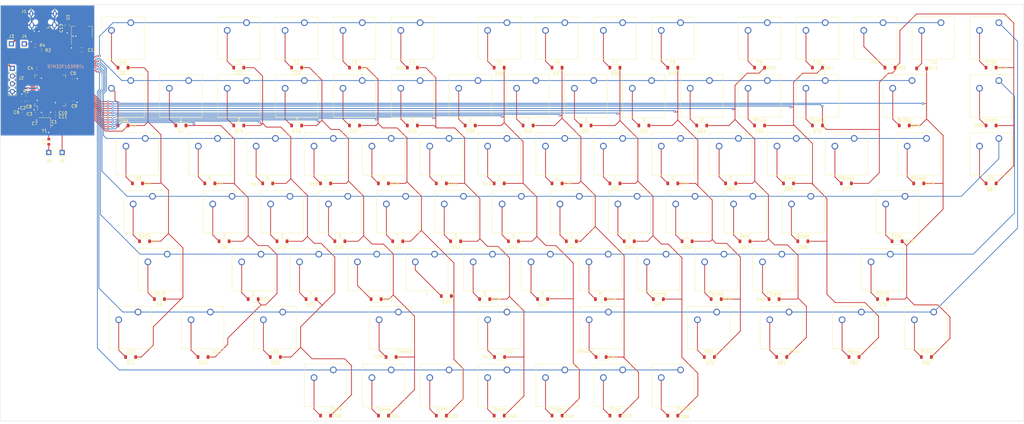
<source format=kicad_pcb>
(kicad_pcb (version 20221018) (generator pcbnew)
  (layers (0 "F.Cu" signal) (31 "B.Cu" signal) (34 "B.Paste" user) (35 "F.Paste" user) (36 "B.SilkS" user "B.Silkscreen") (37 "F.SilkS" user "F.Silkscreen") (38 "B.Mask" user) (39 "F.Mask" user) (44 "Edge.Cuts" user))
  (net 0 "")
  (net 1 "Net-(D1-A)")
  (net 2 "COLUMN8")
  (net 3 "+3.3V")
  (net 4 "Net-(D2-A)")
  (net 5 "Net-(D3-A)")
  (net 6 "Net-(D4-A)")
  (net 7 "COLUMN7")
  (net 8 "Net-(D5-A)")
  (net 9 "Net-(D6-A)")
  (net 10 "Net-(D7-A)")
  (net 11 "Net-(D8-A)")
  (net 12 "GND")
  (net 13 "COLUMN6")
  (net 14 "COLUMN10")
  (net 15 "COLUMN9")
  (net 16 "COLUMN5")
  (net 17 "COLUMN4")
  (net 18 "COLUMN3")
  (net 19 "COLUMN2")
  (net 20 "COLUMN1")
  (net 21 "NRST")
  (net 22 "CAPS_LOCK_LED")
  (net 23 "ROW7")
  (net 24 "ROW6")
  (net 25 "ROW5")
  (net 26 "ROW4")
  (net 27 "ROW3")
  (net 28 "ROW1")
  (net 29 "Net-(D9-A)")
  (net 30 "Net-(D10-A)")
  (net 31 "Net-(D11-A)")
  (net 32 "/USB_DN")
  (net 33 "/USB_DP")
  (net 34 "/SWDIO")
  (net 35 "/SWCLK")
  (net 36 "Net-(D12-A)")
  (net 37 "Net-(D13-A)")
  (net 38 "Net-(D14-A)")
  (net 39 "Net-(D15-A)")
  (net 40 "Net-(D16-A)")
  (net 41 "Net-(D17-A)")
  (net 42 "Net-(D18-A)")
  (net 43 "Net-(D19-A)")
  (net 44 "Net-(D20-A)")
  (net 45 "Net-(D21-A)")
  (net 46 "/BOOT0")
  (net 47 "Net-(D22-A)")
  (net 48 "Net-(D23-A)")
  (net 49 "Net-(D24-A)")
  (net 50 "Net-(D25-A)")
  (net 51 "Net-(D26-A)")
  (net 52 "Net-(D27-A)")
  (net 53 "Net-(D28-A)")
  (net 54 "Net-(D29-A)")
  (net 55 "Net-(D30-A)")
  (net 56 "Net-(D31-A)")
  (net 57 "Net-(D32-A)")
  (net 58 "Net-(D33-A)")
  (net 59 "VBUS")
  (net 60 "Net-(D34-A)")
  (net 61 "Net-(D35-A)")
  (net 62 "Net-(D36-A)")
  (net 63 "Net-(D37-A)")
  (net 64 "Net-(D38-A)")
  (net 65 "Net-(D39-A)")
  (net 66 "Net-(D40-A)")
  (net 67 "Net-(D41-A)")
  (net 68 "Net-(D42-A)")
  (net 69 "Net-(D43-A)")
  (net 70 "Net-(D44-A)")
  (net 71 "Net-(D45-A)")
  (net 72 "Net-(D46-A)")
  (net 73 "Net-(D47-A)")
  (net 74 "Net-(D48-A)")
  (net 75 "Net-(D49-A)")
  (net 76 "Net-(D50-A)")
  (net 77 "Net-(D51-A)")
  (net 78 "Net-(D52-A)")
  (net 79 "Net-(D53-A)")
  (net 80 "Net-(D54-A)")
  (net 81 "Net-(D55-A)")
  (net 82 "Net-(D56-A)")
  (net 83 "Net-(D57-A)")
  (net 84 "Net-(D58-A)")
  (net 85 "Net-(D59-A)")
  (net 86 "Net-(D60-A)")
  (net 87 "Net-(D61-A)")
  (net 88 "Net-(D62-A)")
  (net 89 "Net-(D63-A)")
  (net 90 "Net-(D64-A)")
  (net 91 "Net-(D65-A)")
  (net 92 "Net-(D66-A)")
  (net 93 "Net-(D67-A)")
  (net 94 "Net-(D68-A)")
  (net 95 "Net-(D69-A)")
  (net 96 "Net-(D70-A)")
  (net 97 "Net-(D71-A)")
  (net 98 "Net-(D72-A)")
  (net 99 "Net-(D73-A)")
  (net 100 "Net-(D74-A)")
  (net 101 "Net-(D75-A)")
  (net 102 "Net-(D76-A)")
  (net 103 "Net-(D77-A)")
  (net 104 "Net-(D78-A)")
  (net 105 "Net-(D79-A)")
  (net 106 "Net-(D80-A)")
  (net 107 "Net-(D81-A)")
  (net 108 "Net-(D82-A)")
  (net 109 "COLUMN11")
  (net 110 "COLUMN12")
  (net 111 "Net-(D85-A)")
  (net 112 "COLUMN13")
  (net 113 "Net-(D87-A)")
  (net 114 "COLUMN14")
  (net 115 "ROW2")
  (net 116 "Net-(D96-A)")
  (net 117 "Net-(D98-A)")
  (net 118 "Net-(J4-Pin_1)")
  (net 119 "Net-(J6-Pin_1)")
  (net 139 "/RCC_OSC_IN")
  (net 140 "/RCC_OSC_OUT")
  (net 143 "/SWO")
  (footprint "Button_Switch_Keyboard:SW_Cherry_MX_1.00u_PCB" (layer "F.Cu") (at 247.3 124.92)
    (fp_text reference "sw39" hide)
    (fp_text value "6")
  )
  (footprint "Button_Switch_Keyboard:SW_Cherry_MX_1.00u_PCB" (layer "F.Cu") (at 323.5 124.92)
    (fp_text reference "sw63" hide)
    (fp_text value "0")
  )
  (footprint "Button_Switch_Keyboard:SW_Cherry_MX_1.00u_PCB" (layer "F.Cu") (at 361.6 105.87)
    (fp_text reference "sw61" hide)
    (fp_text value "F10")
  )
  (footprint "Button_Switch_Keyboard:SW_Cherry_MX_1.00u_PCB" (layer "F.Cu") (at 418.75 105.87)
    (fp_text reference "sw74" hide)
    (fp_text value "PrtSc")
  )
  (footprint "Capacitor_SMD:C_0603_1608Metric" (layer "F.Cu") (at 97.55 131.724999 90)
    (fp_text reference "C2")
    (fp_text value "10u")
  )
  (footprint "Diode_SMD:D_SOD-123" (layer "F.Cu") (at 168.541 120.672 180)
    (fp_text reference "D2")
    (fp_text value "1N4148W")
  )
  (footprint "Diode_SMD:D_SOD-123" (layer "F.Cu") (at 416.191 139.722 180)
    (fp_text reference "D85")
    (fp_text value "1N4148W")
  )
  (footprint "Diode_SMD:D_SOD-123" (layer "F.Cu") (at 385.2556 177.822 180)
    (fp_text reference "D79")
    (fp_text value "1N4148W")
  )
  (footprint "Capacitor_SMD:C_0805_2012Metric" (layer "F.Cu") (at 112.1 106.699999 -90)
    (fp_text reference "C13")
    (fp_text value "22u")
  )
  (footprint "Button_Switch_Keyboard:SW_Cherry_MX_1.00u_PCB" (layer "F.Cu") (at 352.075 143.97)
    (fp_text reference "sw66" hide)
    (fp_text value "LBrack")
  )
  (footprint "Diode_SMD:D_SOD-123" (layer "F.Cu") (at 344.7535 196.872 180)
    (fp_text reference "D69")
    (fp_text value "1N4148W")
  )
  (footprint "Connector_PinHeader_2.54mm:PinHeader_1x01_P2.54mm_Vertical" (layer "F.Cu") (at 93.7 112.849999)
    (fp_text reference "J3")
    (fp_text value "pwr_led+")
  )
  (footprint "Button_Switch_Keyboard:SW_Cherry_MX_1.00u_PCB" (layer "F.Cu") (at 171.1 124.92)
    (fp_text reference "sw15" hide)
    (fp_text value "2")
  )
  (footprint "Capacitor_SMD:C_0402_1005Metric" (layer "F.Cu") (at 108.175 136.774999 180)
    (fp_text reference "C11")
    (fp_text value "1u")
  )
  (footprint "Button_Switch_Keyboard:SW_Cherry_MX_1.00u_PCB" (layer "F.Cu") (at 271.1125 182.07)
    (fp_text reference "sw45" hide)
    (fp_text value "N")
  )
  (footprint "Capacitor_SMD:C_0402_1005Metric" (layer "F.Cu") (at 104.05 136.374999 180)
    (fp_text reference "C7")
    (fp_text value "10p")
  )
  (footprint "Button_Switch_Keyboard:SW_Cherry_MX_1.00u_PCB" (layer "F.Cu") (at 175.8625 182.07)
    (fp_text reference "sw10" hide)
    (fp_text value "Z")
  )
  (footprint "Button_Switch_Keyboard:SW_Cherry_MX_2.75u_PCB" (layer "F.Cu") (at 221.1065 201.12)
    (fp_text reference "sw35" hide)
    (fp_text value "LSpace")
  )
  (footprint "Diode_SMD:D_SOD-123" (layer "F.Cu") (at 137.5315 177.822 180)
    (fp_text reference "D7")
    (fp_text value "1N4148W")
  )
  (footprint "Diode_SMD:D_SOD-123" (layer "F.Cu") (at 159.016 158.772 180)
    (fp_text reference "D6")
    (fp_text value "1N4148W")
  )
  (footprint "Diode_SMD:D_SOD-123" (layer "F.Cu") (at 339.991 139.722 180)
    (fp_text reference "D64")
    (fp_text value "1N4148W")
  )
  (footprint "Button_Switch_Keyboard:SW_Cherry_MX_1.00u_PCB" (layer "F.Cu") (at 256.825 105.87)
    (fp_text reference "sw26" hide)
    (fp_text value "F5")
  )
  (footprint "Button_Switch_Keyboard:SW_Cherry_MX_1.00u_PCB" (layer "F.Cu") (at 285.4 124.92)
    (fp_text reference "sw51" hide)
    (fp_text value "8")
  )
  (footprint "Diode_SMD:D_SOD-123" (layer "F.Cu") (at 236.867 195.856 180)
    (fp_text reference "D33")
    (fp_text value "1N4148W")
  )
  (footprint "Diode_SMD:D_SOD-123" (layer "F.Cu") (at 156.772 215.922 180)
    (fp_text reference "D12")
    (fp_text value "1N4148W")
  )
  (footprint "Button_Switch_Keyboard:SW_Cherry_MX_1.00u_PCB" (layer "F.Cu") (at 233.0125 182.07)
    (fp_text reference "sw33" hide)
    (fp_text value "V")
  )
  (footprint "Button_Switch_Keyboard:SW_Cherry_MX_2.25u_PCB" (layer "F.Cu") (at 387.8681 163.02)
    (fp_text reference "sw79" hide)
    (fp_text value "Enter")
  )
  (footprint "Capacitor_SMD:C_0402_1005Metric" (layer "F.Cu") (at 106.17 136.374999)
    (fp_text reference "C1")
    (fp_text value "10p")
  )
  (footprint "Button_Switch_Keyboard:SW_Cherry_MX_1.25u_PCB" (layer "F.Cu") (at 135.381 201.12)
    (fp_text reference "sw11" hide)
    (fp_text value "LCtrl")
  )
  (footprint "Diode_SMD:D_SOD-123" (layer "F.Cu") (at 382.917 120.672 180)
    (fp_text reference "D62")
    (fp_text value "1N4148W")
  )
  (footprint "Diode_SMD:D_SOD-123" (layer "F.Cu") (at 173.3035 196.872 180)
    (fp_text reference "D10")
    (fp_text value "1N4148W")
  )
  (footprint "Button_Switch_Keyboard:SW_Cherry_MX_1.25u_PCB" (layer "F.Cu") (at 183.006 201.12)
    (fp_text reference "sw23" hide)
    (fp_text value "LAlt")
  )
  (footprint "Button_Switch_Keyboard:SW_Cherry_MX_1.00u_PCB" (layer "F.Cu") (at 342.55 124.92)
    (fp_text reference "sw64" hide)
    (fp_text value "Minus")
  )
  (footprint "Button_Switch_Keyboard:SW_Cherry_MX_1.25u_PCB" (layer "F.Cu") (at 159.1935 201.12)
    (fp_text reference "sw12" hide)
    (fp_text value "LSys")
  )
  (footprint "Diode_SMD:D_SOD-123" (layer "F.Cu") (at 249.5035 196.872 180)
    (fp_text reference "D34")
    (fp_text value "1N4148W")
  )
  (footprint "Capacitor_SMD:C_0402_1005Metric" (layer "F.Cu") (at 114.15 124.249999 -90)
    (fp_text reference "C5")
    (fp_text value "100n")
  )
  (footprint "Diode_SMD:D_SOD-123" (layer "F.Cu") (at 263.791 139.722 180)
    (fp_text reference "D40")
    (fp_text value "1N4148W")
  )
  (footprint "Diode_SMD:D_SOD-123" (layer "F.Cu") (at 339.991 120.672 180)
    (fp_text reference "D50")
    (fp_text value "1N4148W")
  )
  (footprint "Button_Switch_Keyboard:SW_Cherry_MX_1.00u_PCB" (layer "F.Cu") (at 237.775 220.17)
    (fp_text reference "sw36" hide)
    (fp_text value "TLeft")
  )
  (footprint "Diode_SMD:D_SOD-123" (layer "F.Cu") (at 216.166 158.772 180)
    (fp_text reference "D29")
    (fp_text value "1N4148W")
  )
  (footprint "Button_Switch_Keyboard:SW_Cherry_MX_1.00u_PCB" (layer "F.Cu") (at 304.45 124.92)
    (fp_text reference "sw52" hide)
    (fp_text value "9")
  )
  (footprint "Diode_SMD:D_SOD-123" (layer "F.Cu") (at 130.441 139.722 180)
    (fp_text reference "D3")
    (fp_text value "1N4148W")
  )
  (footprint "Button_Switch_Keyboard:SW_Cherry_MX_1.00u_PCB" (layer "F.Cu") (at 209.2 124.92)
    (fp_text reference "sw27" hide)
    (fp_text value "4")
  )
  (footprint "Package_QFP:LQFP-64_10x10mm_P0.5mm" (layer "F.Cu") (at 106.45 128.199999 90)
    (fp_text reference "MCU1" hide)
    (fp_text value "STM32F103RBTx")
  )
  (footprint "Button_Switch_Keyboard:SW_Cherry_MX_1.00u_PCB" (layer "F.Cu") (at 204.4375 163.02)
    (fp_text reference "sw20" hide)
    (fp_text value "D")
  )
  (footprint "Resistor_SMD:R_0402_1005Metric" (layer "F.Cu") (at 103.55 114.924999 180)
    (fp_text reference "R2")
    (fp_text value "1k5")
  )
  (footprint "Diode_SMD:D_SOD-123" (layer "F.Cu") (at 320.941 139.722 180)
    (fp_text reference "D63")
    (fp_text value "1N4148W")
  )
  (footprint "Capacitor_SMD:C_0402_1005Metric" (layer "F.Cu") (at 101.625 135.699999 180)
    (fp_text reference "C3")
    (fp_text value "100n")
  )
  (footprint "Resistor_SMD:R_0402_1005Metric" (layer "F.Cu") (at 98.55 129.624999)
    (fp_text reference "R1")
    (fp_text value "10k")
  )
  (footprint "Diode_SMD:D_SOD-123" (layer "F.Cu") (at 206.641 120.672 180)
    (fp_text reference "D14")
    (fp_text value "1N4148W")
  )
  (footprint "Button_Switch_Keyboard:SW_Cherry_MX_1.00u_PCB" (layer "F.Cu") (at 342.55 105.87)
    (fp_text reference "sw50" hide)
    (fp_text value "F9")
  )
  (footprint "Diode_SMD:D_SOD-123" (layer "F.Cu") (at 416.191 120.672 180)
    (fp_text reference "D74")
    (fp_text value "1N4148W")
  )
  (footprint "Diode_SMD:D_SOD-123" (layer "F.Cu") (at 192.3535 196.872 180)
    (fp_text reference "D21")
    (fp_text value "1N4148W")
  )
  (footprint "Diode_SMD:D_SOD-123" (layer "F.Cu") (at 273.316 120.672 180)
    (fp_text reference "D37")
    (fp_text value "1N4148W")
  )
  (footprint "Button_Switch_Keyboard:SW_Cherry_MX_1.00u_PCB" (layer "F.Cu") (at 399.7 105.87)
    (fp_text reference "sw73" hide)
    (fp_text value "F12")
  )
  (footprint "Button_Switch_Keyboard:SW_Cherry_MX_1.00u_PCB" (layer "F.Cu") (at 309.2125 182.07)
    (fp_text reference "sw57" hide)
    (fp_text value "Comma")
  )
  (footprint "Button_Switch_Keyboard:SW_Cherry_MX_1.00u_PCB" (layer "F.Cu") (at 199.675 220.17)
    (fp_text reference "sw96" hide)
    (fp_text value "PgUp")
  )
  (footprint "Diode_SMD:D_SOD-123" (layer "F.Cu") (at 132.9595 215.922 180)
    (fp_text reference "D11")
    (fp_text value "1N4148W")
  )
  (footprint "Button_Switch_Keyboard:SW_Cherry_MX_1.00u_PCB" (layer "F.Cu") (at 185.3875 163.02)
    (fp_text reference "sw19" hide)
    (fp_text value "S")
  )
  (footprint "Button_Switch_Keyboard:SW_Cherry_MX_1.00u_PCB" (layer "F.Cu") (at 152.05 124.92)
    (fp_text reference "sw4" hide)
    (fp_text value "1")
  )
  (footprint "Button_Switch_Keyboard:SW_Cherry_MX_1.50u_PCB" (layer "F.Cu") (at 394.938 143.97)
    (fp_text reference "sw78" hide)
    (fp_text value "BSlash")
  )
  (footprint "Diode_SMD:D_SOD-123" (layer "F.Cu") (at 254.266 120.672 180)
    (fp_text reference "D26")
    (fp_text value "1N4148W")
  )
  (footprint "Button_Switch_Keyboard:SW_Cherry_MX_1.00u_PCB" (layer "F.Cu") (at 218.725 143.97)
    (fp_text reference "sw29" hide)
    (fp_text value "R")
  )
  (footprint "Diode_SMD:D_SOD-123" (layer "F.Cu") (at 244.741 139.722 180)
    (fp_text reference "D39")
    (fp_text value "1N4148W")
  )
  (footprint "Button_Switch_Keyboard:SW_Cherry_MX_1.00u_PCB" (layer "F.Cu") (at 171.1 105.87)
    (fp_text reference "sw2" hide)
    (fp_text value "F1")
  )
  (footprint "Diode_SMD:D_SOD-123" (layer "F.Cu") (at 287.81535 215.922 180)
    (fp_text reference "D59")
    (fp_text value "1N4148W")
  )
  (footprint "Button_Switch_Keyboard:SW_Cherry_MX_1.00u_PCB" (layer "F.Cu") (at 133 105.87)
    (fp_text reference "sw1" hide)
    (fp_text value "Esc")
  )
  (footprint "Button_Switch_Keyboard:SW_Cherry_MX_1.00u_PCB" (layer "F.Cu") (at 356.8375 163.02)
    (fp_text reference "sw68" hide)
    (fp_text value "Quote")
  )
  (footprint "Button_Switch_Keyboard:SW_Cherry_MX_1.00u_PCB" (layer "F.Cu") (at 133 124.92)
    (fp_text reference "sw3" hide)
    (fp_text value "Tilda")
  )
  (footprint "Diode_SMD:D_SOD-123" (layer "F.Cu") (at 311.416 235.226 180)
    (fp_text reference "D98")
    (fp_text value "1N4148W")
  )
  (footprint "Button_Switch_Keyboard:SW_Cherry_MX_1.00u_PCB" (layer "F.Cu") (at 190.15 105.87)
    (fp_text reference "sw13" hide)
    (fp_text value "F2")
  )
  (footprint "Diode_SMD:D_SOD-123" (layer "F.Cu") (at 258.975 177.822 180)
    (fp_text reference "D43")
    (fp_text value "1N4148W")
  )
  (footprint "Diode_SMD:D_SOD-123" (layer "F.Cu") (at 287.6035 196.872 180)
    (fp_text reference "D46")
    (fp_text value "1N4148W")
  )
  (footprint "Button_Switch_Keyboard:SW_Cherry_MX_1.00u_PCB" (layer "F.Cu") (at 242.5375 163.02)
    (fp_text reference "sw32" hide)
    (fp_text value "G")
  )
  (footprint "Resistor_SMD:R_0603_1608Metric" (layer "F.Cu") (at 106 145.05 90)
    (fp_text reference "R3")
    (fp_text value "1k5")
  )
  (footprint "Capacitor_SMD:C_0402_1005Metric" (layer "F.Cu") (at 108.175 135.649999 180)
    (fp_text reference "C10")
    (fp_text value "10n")
  )
  (footprint "Button_Switch_Keyboard:SW_Cherry_MX_1.00u_PCB" (layer "F.Cu") (at 166.3375 163.02)
    (fp_text reference "sw8" hide)
    (fp_text value "A")
  )
  (footprint "Diode_SMD:D_SOD-123" (layer "F.Cu") (at 168.541 139.722 180)
    (fp_text reference "D15")
    (fp_text value "1N4148W")
  )
  (footprint "Diode_SMD:D_SOD-123" (layer "F.Cu") (at 297.075 177.822 180)
    (fp_text reference "D55")
    (fp_text value "1N4148W")
  )
  (footprint "Diode_SMD:D_SOD-123" (layer "F.Cu") (at 187.591 120.672 180)
    (fp_text reference "D13")
    (fp_text value "1N4148W")
  )
  (footprint "Capacitor_SMD:C_0402_1005Metric" (layer "F.Cu") (at 97.375 135.049999 180)
    (fp_text reference "C6")
    (fp_text value "100n")
  )
  (footprint "Package_TO_SOT_SMD:SOT-223-3_TabPin2" (layer "F.Cu") (at 116.875 108.974999 90)
    (fp_text reference "U1")
    (fp_text value "AMS1117-3.3")
  )
  (footprint "Button_Switch_Keyboard:SW_Cherry_MX_1.00u_PCB" (layer "F.Cu") (at 294.925 143.97)
    (fp_text reference "sw53" hide)
    (fp_text value "I")
  )
  (footprint "Diode_SMD:D_SOD-123" (layer "F.Cu") (at 330.466 158.772 180)
    (fp_text reference "D65")
    (fp_text value "1N4148W")
  )
  (footprint "Diode_SMD:D_SOD-123" (layer "F.Cu") (at 213.753 196.872 180)
    (fp_text reference "D22")
    (fp_text value "1N4148W")
  )
  (footprint "Diode_SMD:D_SOD-123" (layer "F.Cu") (at 254.266 158.772 180)
    (fp_text reference "D41")
    (fp_text value "1N4148W")
  )
  (footprint "Button_Switch_Keyboard:SW_Cherry_MX_1.00u_PCB" (layer "F.Cu") (at 294.925 105.87)
    (fp_text reference "sw38" hide)
    (fp_text value "F7")
  )
  (footprint "Diode_SMD:D_SOD-123" (layer "F.Cu") (at 380.4725 196.872 180)
    (fp_text reference "D70")
    (fp_text value "1N4148W")
  )
  (footprint "Capacitor_SMD:C_0805_2012Metric" (layer "F.Cu") (at 116.825 114.774999 180)
    (fp_text reference "C12")
    (fp_text value "22u")
  )
  (footprint "Button_Switch_Keyboard:SW_Cherry_MX_2.25u_PCB" (layer "F.Cu") (at 290.23685 201.12)
    (fp_text reference "sw59" hide)
    (fp_text value "RSpace")
  )
  (footprint "Button_Switch_Keyboard:SW_Cherry_MX_1.00u_PCB" (layer "F.Cu") (at 280.6375 163.02)
    (fp_text reference "sw44" hide)
    (fp_text value "J")
  )
  (footprint "Diode_SMD:D_SOD-123" (layer "F.Cu") (at 180.5845 215.922 180)
    (fp_text reference "D23")
    (fp_text value "1N4148W")
  )
  (footprint "Button_Switch_Keyboard:SW_Cherry_MX_1.00u_PCB" (layer "F.Cu") (at 347.3125 182.07)
    (fp_text reference "sw69" hide)
    (fp_text value "FSlash")
  )
  (footprint "Connector_PinHeader_2.54mm:PinHeader_1x01_P2.54mm_Vertical" (layer "F.Cu") (at 97.95 112.849999)
    (fp_text reference "J4")
    (fp_text value "pwr_led-")
  )
  (footprint "Button_Switch_Keyboard:SW_Cherry_MX_1.00u_PCB" (layer "F.Cu") (at 161.575 143.97)
    (fp_text reference "sw6" hide)
    (fp_text value "Q")
  )
  (footprint "Button_Switch_Keyboard:SW_Cherry_MX_2.25u_PCB" (layer "F.Cu") (at 144.9806 182.07)
    (fp_text reference "sw9" hide)
    (fp_text value "LShift")
  )
  (footprint "Diode_SMD:D_SOD-123" (layer "F.Cu") (at 201.825 177.822 180)
    (fp_text reference "D20")
    (fp_text value "1N4148W")
  )
  (footprint "Diode_SMD:D_SOD-123" (layer "F.Cu") (at 387.616 139.722 180)
    (fp_text reference "D76")
    (fp_text value "1N4148W")
  )
  (footprint "Diode_SMD:D_SOD-123" (layer "F.Cu") (at 225.691 120.672 180)
    (fp_text reference "D25")
    (fp_text value "1N4148W")
  )
  (footprint "Diode_SMD:D_SOD-123" (layer "F.Cu") (at 130.441 120.672 180)
    (fp_text reference "D1")
    (fp_text value "1N4148W")
  )
  (footprint "Button_Switch_Keyboard:SW_Cherry_MX_1.00u_PCB" (layer "F.Cu") (at 275.875 105.87)
    (fp_text reference "sw37" hide)
    (fp_text value "F6")
  )
  (footprint "Button_Switch_Keyboard:SW_Cherry_MX_1.00u_PCB" (layer "F.Cu") (at 209.2 105.87)
    (fp_text reference "sw14" hide)
    (fp_text value "F3")
  )
  (footprint "Diode_SMD:D_SOD-123" (layer "F.Cu") (at 325.7035 196.872 180)
    (fp_text reference "D58")
    (fp_text value "1N4148W")
  )
  (footprint "Button_Switch_Keyboard:SW_Cherry_MX_1.00u_PCB" (layer "F.Cu") (at 228.25 124.92)
    (fp_text reference "sw28" hide)
    (fp_text value "5")
  )
  (footprint "Diode_SMD:D_SOD-123" (layer "F.Cu") (at 359.041 139.722 180)
    (fp_text reference "D75")
    (fp_text value "1N4148W")
  )
  (footprint "Diode_SMD:D_SOD-123" (layer "F.Cu") (at 178.066 158.772 180)
    (fp_text reference "D17")
    (fp_text value "1N4148W")
  )
  (footprint "Button_Switch_Keyboard:SW_Cherry_MX_1.00u_PCB" (layer "F.Cu") (at 333.025 143.97)
    (fp_text reference "sw65" hide)
    (fp_text value "P")
  )
  (footprint "Diode_SMD:D_SOD-123" (layer "F.Cu") (at 220.875 177.822 180)
    (fp_text reference "D31")
    (fp_text value "1N4148W")
  )
  (footprint "Button_Switch_Keyboard:SW_Cherry_MX_1.25u_PCB" (layer "F.Cu") (at 325.881 201.12)
    (fp_text reference "sw71" hide)
    (fp_text value "RAlt")
  )
  (footprint "Button_Switch_Keyboard:SW_Cherry_MX_1.00u_PCB" (layer "F.Cu") (at 371.125 143.97)
    (fp_text reference "sw77" hide)
    (fp_text value "RBrack")
  )
  (footprint "Diode_SMD:D_SOD-123" (layer "F.Cu") (at 149.491 139.722 180)
    (fp_text reference "D4")
    (fp_text value "1N4148W")
  )
  (footprint "Diode_SMD:D_SOD-123" (layer "F.Cu") (at 311.416 158.772 180)
    (fp_text reference "D54")
    (fp_text value "1N4148W")
  )
  (footprint "Button_Switch_Keyboard:SW_Cherry_MX_1.00u_PCB" (layer "F.Cu") (at 252.0625 182.07)
    (fp_text reference "sw34" hide)
    (fp_text value "B")
  )
  (footprint "Diode_SMD:D_SOD-123" (layer "F.Cu") (at 182.775 177.822 180)
    (fp_text reference "D19")
    (fp_text value "1N4148W")
  )
  (footprint "Button_Switch_Keyboard:SW_Cherry_MX_1.00u_PCB" (layer "F.Cu") (at 313.975 220.17)
    (fp_text reference "sw98" hide)
    (fp_text value "PgDwn")
  )
  (footprint "Button_Switch_Keyboard:SW_Cherry_MX_1.00u_PCB" (layer "F.Cu") (at 261.5875 163.02)
    (fp_text reference "sw43" hide)
    (fp_text value "H")
  )
  (footprint "Button_Switch_Keyboard:SW_Cherry_MX_1.00u_PCB" (layer "F.Cu") (at 337.7875 163.02)
    (fp_text reference "sw67" hide)
    (fp_text value "Semi")
  )
  (footprint "Crystal:Crystal_SMD_3225-4Pin_3.2x2.5mm" (layer "F.Cu") (at 104.575 138.824999 180)
    (fp_text reference "Y1")
    (fp_text value "16MGz")
  )
  (footprint "Connector_PinHeader_2.54mm:PinHeader_1x04_P2.54mm_Vertical" (layer "F.Cu") (at 94.025 120.899999)
    (fp_text reference "J2")
    (fp_text value "SWD")
  )
  (footprint "Connector_USB:USB_Micro-B_Wuerth_629105150521" (layer "F.Cu") (at 104.125 104.849999 180)
    (fp_text reference "J1")
    (fp_text value "USB_B_Micro")
  )
  (footprint "Diode_SMD:D_SOD-123" (layer "F.Cu") (at 347.272 215.922 180)
    (fp_text reference "D81")
    (fp_text value "1N4148W")
  )
  (footprint "Button_Switch_Keyboard:SW_Cherry_MX_1.00u_PCB" (layer "F.Cu") (at 218.725 220.17)
    (fp_text reference "sw24" hide)
    (fp_text value "THome")
  )
  (footprint "Button_Switch_Keyboard:SW_Cherry_MX_1.00u_PCB" (layer "F.Cu") (at 256.825 201.12)
    (fp_text reference "sw47" hide)
    (fp_text value "TUp")
  )
  (footprint "Diode_SMD:D_SOD-123" (layer "F.Cu") (at 354.225 177.822 180)
    (fp_text reference "D68")
    (fp_text value "1N4148W")
  )
  (footprint "Diode_SMD:D_SOD-123" (layer "F.Cu") (at 216.1875 235.226 180)
    (fp_text reference "D24")
    (fp_text value "1N4148W")
  )
  (footprint "Diode_SMD:D_SOD-123" (layer "F.Cu") (at 393.331 120.926 180)
    (fp_text reference "D73")
    (fp_text value "1N4148W")
  )
  (footprint "Diode_SMD:D_SOD-123" (layer "F.Cu") (at 218.685 215.922 180)
    (fp_text reference "D35")
    (fp_text value "1N4148W")
  )
  (footprint "Button_Switch_Keyboard:SW_Cherry_MX_1.00u_PCB" (layer "F.Cu") (at 313.975 105.87)
    (fp_text reference "sw49" hide)
    (fp_text value "F8")
  )
  (footprint "Diode_SMD:D_SOD-123" (layer "F.Cu") (at 368.566 158.772 180)
    (fp_text reference "D77")
    (fp_text value "1N4148W")
  )
  (footprint "Button_Switch_Keyboard:SW_Cherry_MX_1.00u_PCB" (layer "F.Cu") (at 318.7375 163.02)
    (fp_text reference "sw56" hide)
    (fp_text value "L")
  )
  (footprint "Diode_SMD:D_SOD-123" (layer "F.Cu") (at 225.691 139.722 180)
    (fp_text reference "D28")
    (fp_text value "1N4148W")
  )
  (footprint "Capacitor_SMD:C_0402_1005Metric" (layer "F.Cu") (at 102.067 120.826399)
    (fp_text reference "C4")
    (fp_text value "100n")
  )
  (footprint "Capacitor_SMD:C_0402_1005Metric" (layer "F.Cu") (at 98.95 131.699999 90)
    (fp_text reference "C8")
    (fp_text value "100n")
  )
  (footprint "Diode_SMD:D_SOD-123" (layer "F.Cu") (at 392.379 158.772 180)
    (fp_text reference "D78")
    (fp_text value "1N4148W")
  )
  (footprint "Diode_SMD:D_SOD-123" (layer "F.Cu") (at 163.725 177.822 180)
    (fp_text reference "D8")
    (fp_text value "1N4148W")
  )
  (footprint "Button_Switch_Keyboard:SW_Cherry_MX_2.75u_PCB" (layer "F.Cu") (at 383.0315 182.07)
    (fp_text reference "sw70" hide)
    (fp_text value "RShift")
  )
  (footprint "Diode_SMD:D_SOD-123" (layer "F.Cu") (at 254.2875 235.226 180)
    (fp_text reference "D48")
    (fp_text value "1N4148W")
  )
  (footprint "Diode_SMD:D_SOD-123" (layer "F.Cu") (at 273.316 158.772 180)
    (fp_text reference "D42")
    (fp_text value "1N4148W")
  )
  (footprint "Button_Switch_Keyboard:SW_Cherry_MX_2.00u_PCB" (layer "F.Cu") (at 390.175 124.92)
    (fp_text reference "sw76" hide)
    (fp_text value "BcSpc")
  )
  (footprint "Diode_SMD:D_SOD-123" (layer "F.Cu") (at 306.6535 196.872 180)
    (fp_text reference "D57")
    (fp_text value "1N4148W")
  )
  (footprint "Diode_SMD:D_SOD-123" (layer "F.Cu") (at 254.4035 215.922 180)
    (fp_text reference "D47")
    (fp_text value "1N4148W")
  )
  (footprint "Diode_SMD:D_SOD-123" (layer "F.Cu") (at 282.841 139.722 180)
    (fp_text reference "D51")
    (fp_text value "1N4148W")
  )
  (footprint "Diode_SMD:D_SOD-123" (layer "F.Cu") (at 292.366 158.772 180)
    (fp_text reference "D53")
    (fp_text value "1N4148W")
  )
  (footprint "Button_Switch_Keyboard:SW_Cherry_MX_1.00u_PCB" (layer "F.Cu") (at 294.925 220.17)
    (fp_text reference "sw72" hide)
    (fp_text value "TEnd")
  )
  (footprint "Button_Switch_Keyboard:SW_Cherry_MX_1.00u_PCB" (layer "F.Cu") (at 256.825 220.17)
    (fp_text reference "sw48" hide)
    (fp_text value "TDown")
  )
  (footprint "Diode_SMD:D_SOD-123" (layer "F.Cu") (at 235.216 158.772 180)
    (fp_text reference "D30")
    (fp_text value "1N4148W")
  )
  (footprint "Button_Switch_Keyboard:SW_Cherry_MX_1.00u_PCB" (layer "F.Cu") (at 418.75 124.92)
    (fp_text reference "sw85" hide)
    (fp_text value "Insert")
  )
  (footprint "Button_Switch_Keyboard:SW_Cherry_MX_1.25u_PCB" (layer "F.Cu") (at 349.6935 201.12)
    (fp_text reference "sw81" hide)
    (fp_text value "RSys")
  )
  (footprint "Resistor_SMD:R_0603_1608Metric" (layer "F.Cu") (at 101.475 113.424999)
    (fp_text reference "R4")
    (fp_text value "1k5")
  )
  (footprint "Button_Switch_Keyboard:SW_Cherry_MX_1.50u_PCB" (layer "F.Cu") (at 137.763 143.97)
    (fp_text reference "sw5" hide)
    (fp_text value "Tab")
  )
  (footprint "Button_Switch_Keyboard:SW_Cherry_MX_1.00u_PCB" (layer "F.Cu") (at 299.6875 163.02)
    (fp_text reference "sw55" hide)
    (fp_text value "K")
  )
  (footprint "Diode_SMD:D_SOD-123" (layer "F.Cu") (at 135.204 158.772 180)
    (fp_text reference "D5")
    (fp_text value "1N4148W")
  )
  (footprint "Button_Switch_Keyboard:SW_Cherry_MX_1.00u_PCB" (layer "F.Cu") (at 256.825 143.97)
    (fp_text reference "sw41" hide)
    (fp_text value "Y")
  )
  (footprint "Button_Switch_Keyboard:SW_Cherry_MX_1.00u_PCB" (layer "F.Cu") (at 361.6 124.92)
    (fp_text reference "sw75" hide)
    (fp_text value "Equals")
  )
  (footprint "Diode_SMD:D_SOD-123" (layer "F.Cu") (at 278.025 177.822 180)
    (fp_text reference "D44")
    (fp_text value "1N4148W")
  )
  (footprint "Diode_SMD:D_SOD-123" (layer "F.Cu") (at 301.891 139.722 180)
    (fp_text reference "D52")
    (fp_text value "1N4148W")
  )
  (footprint "Diode_SMD:D_SOD-123" (layer "F.Cu") (at 349.516 158.772 180)
    (fp_text reference "D66")
    (fp_text value "1N4148W")
  )
  (footprint "Capacitor_SMD:C_0402_1005Metric" (layer "F.Cu") (at 114.075 131.629999 -90)
    (fp_text reference "C9")
    (fp_text value "100n")
  )
  (footprint "Diode_SMD:D_SOD-123" (layer "F.Cu") (at 292.3875 235.226 180)
    (fp_text reference "D72")
    (fp_text value "1N4148W")
  )
  (footprint "Diode_SMD:D_SOD-123" (layer "F.Cu") (at 187.591 139.722 180)
    (fp_text reference "D16")
    (fp_text value "1N4148W")
  )
  (footprint "Diode_SMD:D_SOD-123" (layer "F.Cu") (at 142.4216 196.872 180)
    (fp_text reference "D9")
    (fp_text value "1N4148W")
  )
  (footprint "Button_Switch_Keyboard:SW_Cherry_MX_1.00u_PCB" (layer "F.Cu") (at 266.35 124.92)
    (fp_text reference "sw40" hide)
    (fp_text value "7")
  )
  (footprint "Diode_SMD:D_SOD-123" (layer "F.Cu") (at 335.175 177.822 180)
    (fp_text reference "D67")
    (fp_text value "1N4148W")
  )
  (footprint "Diode_SMD:D_SOD-123" (layer "F.Cu") (at 416.191 158.772 180)
    (fp_text reference "D87")
    (fp_text value "1N4148W")
  )
  (footprint "Diode_SMD:D_SOD-123" (layer "F.Cu") (at 371.0845 215.922 180)
    (fp_text reference "D82")
    (fp_text value "1N4148W")
  )
  (footprint "Diode_SMD:D_SOD-123" (layer "F.Cu") (at 394.896999 215.922 180)
    (fp_text reference "D80")
    (fp_text value "1N4148W")
  )
  (footprint "Button_Switch_Keyboard:SW_Cherry_MX_1.00u_PCB" (layer "F.Cu") (at 223.4875 163.02)
    (fp_text reference "sw31" hide)
    (fp_text value "F")
  )
  (footprint "Button_Switch_Keyboard:SW_Cherry_MX_1.25u_PCB" (layer "F.Cu") (at 373.506 201.12)
    (fp_text reference "sw82" hide)
    (fp_text value "Menu")
  )
  (footprint "Diode_SMD:D_SOD-123" (layer "F.Cu") (at 323.4595 215.922 180)
    (fp_text reference "D71")
    (fp_text value "1N4148W")
  )
  (footprint "Button_Switch_Keyboard:SW_Cherry_MX_1.00u_PCB" (layer "F.Cu") (at 418.75 143.97)
    (fp_text reference "sw87" hide)
    (fp_text value "Dlt")
  )
  (footprint "Button_Switch_Keyboard:SW_Cherry_MX_1.00u_PCB" (layer "F.Cu") (at 275.875 220.17)
    (fp_text reference "sw60" hide)
    (fp_text value "TRight")
  )
  (footprint "Button_Switch_Keyboard:SW_Cherry_MX_1.00u_PCB" (layer "F.Cu") (at 328.2625 182.07)
    (fp_text reference "sw58" hide)
    (fp_text value "Period")
  )
  (footprint "Button_Switch_Keyboard:SW_Cherry_MX_1.25u_PCB" (layer "F.Cu") (at 397.318499 201.12)
    (fp_text reference "sw80" hide)
    (fp_text value "RCtrl")
  )
  (footprint "Diode_SMD:D_SOD-123" (layer "F.Cu") (at 311.416 120.672 180)
    (fp_text reference "D49")
    (fp_text value "1N4148W")
  )
  (footprint "Diode_SMD:D_SOD-123" (layer "F.Cu") (at 197.116 158.772 180)
    (fp_text reference "D18")
    (fp_text value "1N4148W")
  )
  (footprint "Diode_SMD:D_SOD-123" (layer "F.Cu") (at 268.5535 196.872 180)
    (fp_text reference "D45")
    (fp_text value "1N4148W")
  )
  (footprint "Diode_SMD:D_SOD-123" (layer "F.Cu") (at 359.041 120.672 180)
    (fp_text reference "D61")
    (fp_text value "1N4148W")
  )
  (footprint "Button_Switch_Keyboard:SW_Cherry_MX_1.00u_PCB" (layer "F.Cu") (at 190.15 124.92)
    (fp_text reference "sw16" hide)
    (fp_text value "3")
  )
  (footprint "Button_Switch_Keyboard:SW_Cherry_MX_1.00u_PCB" (layer "F.Cu") (at 228.25 105.87)
    (fp_text reference "sw25" hide)
    (fp_text value "F4")
  )
  (footprint "Button_Switch_Keyboard:SW_Cherry_MX_1.00u_PCB" (layer "F.Cu") (at 290.1625 182.07)
    (fp_text reference "sw46" hide)
    (fp_text value "M")
  )
  (footprint "Diode_SMD:D_SOD-123" (layer "F.Cu") (at 316.125 177.822 180)
    (fp_text reference "D56")
    (fp_text value "1N4148W")
  )
  (footprint "Button_Switch_Keyboard:SW_Cherry_MX_1.00u_PCB" (layer "F.Cu") (at 380.65 105.87)
    (fp_text reference "sw62" hide)
    (fp_text value "F11")
  )
  (footprint "Button_Switch_Keyboard:SW_Cherry_MX_1.00u_PCB" (layer "F.Cu") (at 237.775 143.97)
    (fp_text reference "sw30" hide)
    (fp_text value "T")
  )
  (footprint "Button_Switch_Keyboard:SW_Cherry_MX_1.75u_PCB" (layer "F.Cu") (at 140.144 163.02)
    (fp_text reference "sw7" hide)
    (fp_text value "CAPS")
  )
  (footprint "Diode_SMD:D_SOD-123" (layer "F.Cu") (at 206.641 139.722 180)
    (fp_text reference "D27")
    (fp_text value "1N4148W")
  )
  (footprint "Button_Switch_Keyboard:SW_Cherry_MX_1.00u_PCB" (layer "F.Cu") (at 213.9625 182.07)
    (fp_text reference "sw22" hide)
    (fp_text value "C")
  )
  (footprint "Button_Switch_Keyboard:SW_Cherry_MX_1.00u_PCB" (layer "F.Cu") (at 275.875 143.97)
    (fp_text reference "sw42" hide)
    (fp_text value "U")
  )
  (footprint "Diode_SMD:D_SOD-123" (layer "F.Cu") (at 197.116 235.226 180)
    (fp_text reference "D96")
    (fp_text value "1N4148W")
  )
  (footprint "Button_Switch_Keyboard:SW_Cherry_MX_1.00u_PCB" (layer "F.Cu") (at 194.9125 182.07)
    (fp_text reference "sw21" hide)
    (fp_text value "X")
  )
  (footprint "Button_Switch_Keyboard:SW_Cherry_MX_1.00u_PCB" (layer "F.Cu") (at 180.625 143.97)
    (fp_text reference "sw17" hide)
    (fp_text value "W")
  )
  (footprint "Diode_SMD:D_SOD-123" (layer "F.Cu") (at 273.3375 235.226 180)
    (fp_text reference "D60")
    (fp_text value "1N4148W")
  )
  (footprint "Connector_PinHeader_2.54mm:PinHeader_1x01_P2.54mm_Vertical" (layer "F.Cu") (at 106 148.6 90)
    (fp_text reference "J6")
    (fp_text value "caps_led-")
  )
  (footprint "Connector_PinHeader_2.54mm:PinHeader_1x01_P2.54mm_Vertical" (layer "F.Cu") (at 110.4 148.6)
    (fp_text reference "J5")
    (fp_text value "caps_led+")
  )
  (footprint "Diode_SMD:D_SOD-123" (layer "F.Cu") (at 235.2375 235.226 180)
    (fp_text reference "D36")
    (fp_text value "1N4148W")
  )
  (footprint "Button_Switch_Keyboard:SW_Cherry_MX_1.00u_PCB" (layer "F.Cu") (at 313.975 143.97)
    (fp_text reference "sw54" hide)
    (fp_text value "O")
  )
  (footprint "Diode_SMD:D_SOD-123" (layer "F.Cu") (at 239.925 177.822 180)
    (fp_text reference "D32")
    (fp_text value "1N4148W")
  )
  (footprint "Button_Switch_Keyboard:SW_Cherry_MX_1.00u_PCB" (layer "F.Cu") (at 199.675 143.97)
    (fp_text reference "sw18" hide)
    (fp_text value "E")
  )
  (footprint "Diode_SMD:D_SOD-123" (layer "F.Cu") (at 292.366 120.672 180)
    (fp_text reference "D38")
    (fp_text value "1N4148W")
  )
  (gr_line (start 312 237) (end 427 237) (stroke (width 0.1)) (layer "Edge.Cuts"))
  (gr_line (start 312 237) (end 109 237) (stroke (width 0.1)) (layer "Edge.Cuts"))
  (gr_line (start 119 100) (end 90 100) (stroke (width 0.1)) (layer "Edge.Cuts"))
  (gr_line (start 427 237) (end 427 230) (stroke (width 0.1)) (layer "Edge.Cuts"))
  (gr_line (start 427 100) (end 119 100) (stroke (width 0.1)) (layer "Edge.Cuts"))
  (gr_line (start 90 100) (end 90 236) (stroke (width 0.1)) (layer "Edge.Cuts"))
  (gr_line (start 427 100) (end 427 230) (stroke (width 0.1)) (layer "Edge.Cuts"))
  (gr_line (start 90 237) (end 109 237) (stroke (width 0.1)) (layer "Edge.Cuts"))
  (gr_line (start 90 236) (end 90 237) (stroke (width 0.1)) (layer "Edge.Cuts"))
  (segment (start 126.65 118.531) (end 126.65 108.41) (width 0.25) (layer "F.Cu") (net 1))
  (segment (start 126.65 118.531) (end 128.791 120.672) (width 0.25) (layer "F.Cu") (net 1))
  (segment (start 281.16 143.5) (end 281.16 158) (width 0.25) (layer "F.Cu") (net 2))
  (segment (start 274.966 135) (end 274.966 136.4) (width 0.25) (layer "F.Cu") (net 2))
  (segment (start 285.91 173) (end 295.41 182.5) (width 0.25) (layer "F.Cu") (net 2))
  (segment (start 285.91 162.75) (end 285.91 173) (width 0.25) (layer "F.Cu") (net 2))
  (segment (start 289.2535 196.872) (end 295.288 196.872) (width 0.25) (layer "F.Cu") (net 2))
  (segment (start 274.966 137.306) (end 281.16 143.5) (width 0.25) (layer "F.Cu") (net 2))
  (segment (start 295.41 182.5) (end 295.41 196.75) (width 0.25) (layer "F.Cu") (net 2))
  (segment (start 281.088 177.822) (end 285.91 173) (width 0.25) (layer "F.Cu") (net 2))
  (segment (start 116.047791 128.449999) (end 123.947793 136.35) (width 0.25) (layer "F.Cu") (net 2))
  (segment (start 274.2 136.4) (end 274.966 136.4) (width 0.25) (layer "F.Cu") (net 2))
  (segment (start 289.46535 215.922) (end 295.082 215.922) (width 0.25) (layer "F.Cu") (net 2))
  (segment (start 272.55 139.722) (end 274.966 137.306) (width 0.25) (layer "F.Cu") (net 2))
  (segment (start 300.16 221) (end 300.16 229.25) (width 0.25) (layer "F.Cu") (net 2))
  (segment (start 123.947793 136.35) (end 125.5 136.35) (width 0.25) (layer "F.Cu") (net 2))
  (segment (start 300.16 229.25) (end 294.184 235.226) (width 0.25) (layer "F.Cu") (net 2))
  (segment (start 112.125 128.449999) (end 116.047791 128.449999) (width 0.25) (layer "F.Cu") (net 2))
  (segment (start 274.966 120.672) (end 274.966 135) (width 0.25) (layer "F.Cu") (net 2))
  (segment (start 295.082 215.922) (end 295.41 216.25) (width 0.25) (layer "F.Cu") (net 2))
  (segment (start 295.41 216.25) (end 300.16 221) (width 0.25) (layer "F.Cu") (net 2))
  (segment (start 295.41 196.75) (end 295.41 216.25) (width 0.25) (layer "F.Cu") (net 2))
  (segment (start 274.966 158.772) (end 280.388 158.772) (width 0.25) (layer "F.Cu") (net 2))
  (segment (start 279.675 177.822) (end 281.088 177.822) (width 0.25) (layer "F.Cu") (net 2))
  (segment (start 265.441 139.722) (end 272.55 139.722) (width 0.25) (layer "F.Cu") (net 2))
  (segment (start 294.184 235.226) (end 294.0375 235.226) (width 0.25) (layer "F.Cu") (net 2))
  (segment (start 274.966 136.4) (end 274.966 137.306) (width 0.25) (layer "F.Cu") (net 2))
  (segment (start 281.16 158) (end 285.91 162.75) (width 0.25) (layer "F.Cu") (net 2))
  (segment (start 280.388 158.772) (end 281.16 158) (width 0.25) (layer "F.Cu") (net 2))
  (segment (start 116.547792 128.949999) (end 116.798896 129.201104) (width 0.25) (layer "F.Cu") (net 2))
  (segment (start 116.798896 129.201104) (end 123.947793 136.35) (width 0.25) (layer "F.Cu") (net 2))
  (segment (start 295.288 196.872) (end 295.41 196.75) (width 0.25) (layer "F.Cu") (net 2))
  (via (at 125.5 136.35) (size 0.8) (drill 0.4) (layers "F.Cu" "B.Cu") (net 2))
  (via (at 274.2 136.4) (size 0.8) (drill 0.4) (layers "F.Cu" "B.Cu") (net 2))
  (segment (start 128.2 136.05) (end 273.8 136.05) (width 0.25) (layer "B.Cu") (net 2))
  (segment (start 273.85 136.05) (end 274.2 136.4) (width 0.25) (layer "B.Cu") (net 2))
  (segment (start 127.9 136.35) (end 128.2 136.05) (width 0.25) (layer "B.Cu") (net 2))
  (segment (start 125.5 136.35) (end 127.9 136.35) (width 0.25) (layer "B.Cu") (net 2))
  (segment (start 273.8 136.05) (end 273.85 136.05) (width 0.25) (layer "B.Cu") (net 2))
  (segment (start 113.68 123.769999) (end 114.15 123.769999) (width 0.3) (layer "F.Cu") (net 3))
  (segment (start 97.15 127.499999) (end 97.2 127.449999) (width 0.5) (layer "F.Cu") (net 3))
  (segment (start 95.8 110.749999) (end 95.8 114.449999) (width 0.5) (layer "F.Cu") (net 3))
  (segment (start 98.995 132.224999) (end 98.95 132.179999) (width 0.3) (layer "F.Cu") (net 3))
  (segment (start 99.625 132.224999) (end 98.995 132.224999) (width 0.3) (layer "F.Cu") (net 3))
  (segment (start 101.587 121.336999) (end 101.587 120.826399) (width 0.3) (layer "F.Cu") (net 3))
  (segment (start 92.225 129.674999) (end 95.05 132.499999) (width 0.5) (layer "F.Cu") (net 3))
  (segment (start 92.225 119.174999) (end 93.95 120.899999) (width 0.5) (layer "F.Cu") (net 3))
  (segment (start 102.1495 127.386622) (end 102.1495 127.387122) (width 0.3) (layer "F.Cu") (net 3))
  (segment (start 110.5 105.749999) (end 112.1 105.749999) (width 0.5) (layer "F.Cu") (net 3))
  (segment (start 93.3 114.449999) (end 92.225 115.524999) (width 0.5) (layer "F.Cu") (net 3))
  (segment (start 98.8 104.449999) (end 95.8 107.449999) (width 0.5) (layer "F.Cu") (net 3))
  (segment (start 102.105 136.420613) (end 102.105 135.699999) (width 0.5) (layer "F.Cu") (net 3))
  (segment (start 97.55 132.499999) (end 98.63 132.499999) (width 0.5) (layer "F.Cu") (net 3))
  (segment (start 112.125 124.449999) (end 110.65 124.449999) (width 0.3) (layer "F.Cu") (net 3))
  (segment (start 95.8 114.449999) (end 93.3 114.449999) (width 0.5) (layer "F.Cu") (net 3))
  (segment (start 106.212377 131.449999) (end 108.510661 131.449999) (width 0.3) (layer "F.Cu") (net 3))
  (segment (start 96.275 114.924999) (end 95.8 114.449999) (width 0.25) (layer "F.Cu") (net 3))
  (segment (start 108.655 136.744999) (end 108.685 136.774999) (width 0.3) (layer "F.Cu") (net 3))
  (segment (start 102.7 134.649999) (end 102.7 133.874999) (width 0.3) (layer "F.Cu") (net 3))
  (segment (start 93.95 120.899999) (end 94.025 120.899999) (width 0.5) (layer "F.Cu") (net 3))
  (segment (start 108.655 135.649999) (end 108.655 136.744999) (width 0.3) (layer "F.Cu") (net 3))
  (segment (start 113 124.449999) (end 113.68 123.769999) (width 0.3) (layer "F.Cu") (net 3))
  (segment (start 101.525614 136.999999) (end 102.105 136.420613) (width 0.5) (layer "F.Cu") (net 3))
  (segment (start 95.8 107.449999) (end 95.8 110.749999) (width 0.5) (layer "F.Cu") (net 3))
  (segment (start 95.05 135.349999) (end 96.7 136.999999) (width 0.5) (layer "F.Cu") (net 3))
  (segment (start 96.7 136.999999) (end 101.525614 136.999999) (width 0.5) (layer "F.Cu") (net 3))
  (segment (start 109.475 130.949999) (end 108.74283 131.682169) (width 0.3) (layer "F.Cu") (net 3))
  (segment (start 112.125 124.449999) (end 113 124.449999) (width 0.3) (layer "F.Cu") (net 3))
  (segment (start 113.875 130.949999) (end 114.075 131.149999) (width 0.3) (layer "F.Cu") (net 3))
  (segment (start 95.05 132.499999) (end 95.05 131.467684) (width 0.5) (layer "F.Cu") (net 3))
  (segment (start 95.05 131.467684) (end 96.3 130.217684) (width 0.5) (layer "F.Cu") (net 3))
  (segment (start 108.7 135.579999) (end 108.655 135.624999) (width 0.3) (layer "F.Cu") (net 3))
  (segment (start 96.3 129.599999) (end 96.3 128.349999) (width 0.5) (layer "F.Cu") (net 3))
  (segment (start 108.510661 131.449999) (end 108.74283 131.682169) (width 0.3) (layer "F.Cu") (net 3))
  (segment (start 103.04 114.924999) (end 96.275 114.924999) (width 0.25) (layer "F.Cu") (net 3))
  (segment (start 108.95 131.889338) (end 108.74283 131.682169) (width 0.3) (layer "F.Cu") (net 3))
  (segment (start 112.125 130.949999) (end 113.875 130.949999) (width 0.3) (layer "F.Cu") (net 3))
  (segment (start 95.8 110.749999) (end 93.7 112.849999) (width 0.5) (layer "F.Cu") (net 3))
  (segment (start 96.3 128.349999) (end 97.15 127.499999) (width 0.5) (layer "F.Cu") (net 3))
  (segment (start 110.15 124.949999) (end 102.7 124.949999) (width 0.3) (layer "F.Cu") (net 3))
  (segment (start 102.105 135.244999) (end 102.7 134.649999) (width 0.3) (layer "F.Cu") (net 3))
  (segment (start 108.7 133.874999) (end 108.7 135.604999) (width 0.3) (layer "F.Cu") (net 3))
  (segment (start 95.05 132.499999) (end 95.05 135.349999) (width 0.5) (layer "F.Cu") (net 3))
  (segment (start 101.94 121.689999) (end 101.587 121.336999) (width 0.3) (layer "F.Cu") (net 3))
  (segment (start 108.95 132.748958) (end 108.95 131.889338) (width 0.3) (layer "F.Cu") (net 3))
  (segment (start 112.125 130.949999) (end 109.475 130.949999) (width 0.3) (layer "F.Cu") (net 3))
  (segment (start 92.225 119.174999) (end 92.225 129.674999) (width 0.5) (layer "F.Cu") (net 3))
  (segment (start 102.105 135.699999) (end 102.105 135.244999) (width 0.3) (layer "F.Cu") (net 3))
  (segment (start 102.7 124.949999) (end 102.7 122.524999) (width 0.3) (layer "F.Cu") (net 3))
  (segment (start 97.2 127.449999) (end 99.15 127.449999) (width 0.5) (layer "F.Cu") (net 3))
  (segment (start 102.1495 127.387122) (end 106.212377 131.449999) (width 0.3) (layer "F.Cu") (net 3))
  (segment (start 116.875 112.124999) (end 116.875 105.824999) (width 0.5) (layer "F.Cu") (net 3))
  (segment (start 110.65 124.449999) (end 110.15 124.949999) (width 0.3) (layer "F.Cu") (net 3))
  (segment (start 100.775 131.949999) (end 99.9 131.949999) (width 0.3) (layer "F.Cu") (net 3))
  (segment (start 95.05 132.499999) (end 97.55 132.499999) (width 0.5) (layer "F.Cu") (net 3))
  (segment (start 108.7 135.604999) (end 108.655 135.649999) (width 0.3) (layer "F.Cu") (net 3))
  (segment (start 102.7 122.524999) (end 102.7 121.840399) (width 0.3) (layer "F.Cu") (net 3))
  (segment (start 102.5496 121.689999) (end 101.94 121.689999) (width 0.3) (layer "F.Cu") (net 3))
  (segment (start 109.2 104.449999) (end 110.5 105.749999) (width 0.5) (layer "F.Cu") (net 3))
  (segment (start 108.7 133.874999) (end 108.7 132.998958) (width 0.3) (layer "F.Cu") (net 3))
  (segment (start 108.7 132.998958) (end 108.95 132.748958) (width 0.3) (layer "F.Cu") (net 3))
  (segment (start 92.225 115.524999) (end 92.225 119.174999) (width 0.5) (layer "F.Cu") (net 3))
  (segment (start 96.3 130.217684) (end 96.3 129.599999) (width 0.5) (layer "F.Cu") (net 3))
  (segment (start 102.1495 127.386622) (end 102.1495 125.500499) (width 0.3) (layer "F.Cu") (net 3))
  (segment (start 109.2 104.449999) (end 98.8 104.449999) (width 0.5) (layer "F.Cu") (net 3))
  (segment (start 99.9 131.949999) (end 99.625 132.224999) (width 0.3) (layer "F.Cu") (net 3))
  (segment (start 98.63 132.499999) (end 98.95 132.179999) (width 0.5) (layer "F.Cu") (net 3))
  (segment (start 102.7 121.840399) (end 102.5496 121.689999) (width 0.3) (layer "F.Cu") (net 3))
  (segment (start 112.1 105.749999) (end 116.8 105.749999) (width 0.5) (layer "F.Cu") (net 3))
  (segment (start 102.1495 125.500499) (end 102.7 124.949999) (width 0.3) (layer "F.Cu") (net 3))
  (via (at 99.15 127.449999) (size 0.8) (drill 0.4) (layers "F.Cu" "B.Cu") (net 3))
  (via (at 102.1495 127.386622) (size 0.8) (drill 0.4) (layers "F.Cu" "B.Cu") (net 3))
  (segment (start 102.086123 127.449999) (end 99.15 127.449999) (width 0.5) (layer "B.Cu") (net 3))
  (segment (start 102.1495 127.386622) (end 102.086123 127.449999) (width 0.5) (layer "B.Cu") (net 3))
  (segment (start 164.75 118.531) (end 166.891 120.672) (width 0.25) (layer "F.Cu") (net 4))
  (segment (start 164.75 118.531) (end 164.75 108.41) (width 0.25) (layer "F.Cu") (net 4))
  (segment (start 128.791 132.409) (end 128.8 132.4) (width 0.25) (layer "F.Cu") (net 5))
  (segment (start 128.8 132.4) (end 127.8 131.4) (width 0.25) (layer "F.Cu") (net 5))
  (segment (start 127.8 128.61) (end 126.65 127.46) (width 0.25) (layer "F.Cu") (net 5))
  (segment (start 128.791 139.722) (end 128.791 132.409) (width 0.25) (layer "F.Cu") (net 5))
  (segment (start 127.8 131.4) (end 127.8 128.61) (width 0.25) (layer "F.Cu") (net 5))
  (segment (start 145.7 137.581) (end 147.841 139.722) (width 0.25) (layer "F.Cu") (net 6))
  (segment (start 145.7 127.46) (end 145.7 137.581) (width 0.25) (layer "F.Cu") (net 6))
  (segment (start 269.66 179.25) (end 272.91 179.25) (width 0.25) (layer "F.Cu") (net 7))
  (segment (start 270.3255 196.75) (end 278.66 196.75) (width 0.25) (layer "F.Cu") (net 7))
  (segment (start 278.66 185) (end 278.66 196.75) (width 0.25) (layer "F.Cu") (net 7))
  (segment (start 266.66 176.25) (end 269.66 179.25) (width 0.25) (layer "F.Cu") (net 7))
  (segment (start 262.138 158.772) (end 262.16 158.75) (width 0.25) (layer "F.Cu") (net 7))
  (segment (start 255.916 136) (end 255.916 136.8) (width 0.25) (layer "F.Cu") (net 7))
  (segment (start 255.916 138.756) (end 262.16 145) (width 0.25) (layer "F.Cu") (net 7))
  (segment (start 262.16 158.75) (end 266.66 163.25) (width 0.25) (layer "F.Cu") (net 7))
  (segment (start 255.916 158.772) (end 262.138 158.772) (width 0.25) (layer "F.Cu") (net 7))
  (segment (start 260.625 177.822) (end 265.088 177.822) (width 0.25) (layer "F.Cu") (net 7))
  (segment (start 280.66 229.5535) (end 274.9875 235.226) (width 0.25) (layer "F.Cu") (net 7))
  (segment (start 265.088 177.822) (end 266.66 176.25) (width 0.25) (layer "F.Cu") (net 7))
  (segment (start 255.916 120.672) (end 255.916 136) (width 0.25) (layer "F.Cu") (net 7))
  (segment (start 254.95 139.722) (end 255.916 138.756) (width 0.25) (layer "F.Cu") (net 7))
  (segment (start 255.916 136.8) (end 255.916 138.756) (width 0.25) (layer "F.Cu") (net 7))
  (segment (start 272.91 179.25) (end 278.66 185) (width 0.25) (layer "F.Cu") (net 7))
  (segment (start 115.911396 128.949999) (end 124.061397 137.1) (width 0.25) (layer "F.Cu") (net 7))
  (segment (start 255.2 136.7745) (end 255.8905 136.7745) (width 0.25) (layer "F.Cu") (net 7))
  (segment (start 246.391 139.722) (end 254.95 139.722) (width 0.25) (layer "F.Cu") (net 7))
  (segment (start 278.66 196.75) (end 278.66 218) (width 0.25) (layer "F.Cu") (net 7))
  (segment (start 255.8905 136.7745) (end 255.916 136.8) (width 0.25) (layer "F.Cu") (net 7))
  (segment (start 262.16 145) (end 262.16 158.75) (width 0.25) (layer "F.Cu") (net 7))
  (segment (start 266.66 163.25) (end 266.66 176.25) (width 0.25) (layer "F.Cu") (net 7))
  (segment (start 124.061397 137.1) (end 127 137.1) (width 0.25) (layer "F.Cu") (net 7))
  (segment (start 270.2035 196.872) (end 270.3255 196.75) (width 0.25) (layer "F.Cu") (net 7))
  (segment (start 280.66 220) (end 280.66 229.5535) (width 0.25) (layer "F.Cu") (net 7))
  (segment (start 278.66 218) (end 280.66 220) (width 0.25) (layer "F.Cu") (net 7))
  (segment (start 112.125 128.949999) (end 115.911396 128.949999) (width 0.25) (layer "F.Cu") (net 7))
  (via (at 127 137.1) (size 0.8) (drill 0.4) (layers "F.Cu" "B.Cu") (net 7))
  (via (at 255.2 136.7745) (size 0.8) (drill 0.4) (layers "F.Cu" "B.Cu") (net 7))
  (segment (start 128.6 136.5) (end 254.8 136.5) (width 0.25) (layer "B.Cu") (net 7))
  (segment (start 128 137.1) (end 128.6 136.5) (width 0.25) (layer "B.Cu") (net 7))
  (segment (start 127 137.1) (end 128 137.1) (width 0.25) (layer "B.Cu") (net 7))
  (segment (start 254.9255 136.5) (end 255.2 136.7745) (width 0.25) (layer "B.Cu") (net 7))
  (segment (start 254.8 136.5) (end 254.9255 136.5) (width 0.25) (layer "B.Cu") (net 7))
  (segment (start 131.413 156.631) (end 133.554 158.772) (width 0.25) (layer "F.Cu") (net 8))
  (segment (start 131.413 146.51) (end 131.413 156.631) (width 0.25) (layer "F.Cu") (net 8))
  (segment (start 155.225 146.51) (end 155.225 156.631) (width 0.25) (layer "F.Cu") (net 9))
  (segment (start 155.225 156.631) (end 157.366 158.772) (width 0.25) (layer "F.Cu") (net 9))
  (segment (start 133.794 165.56) (end 133.794 175.7345) (width 0.25) (layer "F.Cu") (net 10))
  (segment (start 133.794 175.7345) (end 135.8815 177.822) (width 0.25) (layer "F.Cu") (net 10))
  (segment (start 159.9875 175.7345) (end 162.075 177.822) (width 0.25) (layer "F.Cu") (net 11))
  (segment (start 159.9875 165.56) (end 159.9875 175.7345) (width 0.25) (layer "F.Cu") (net 11))
  (segment (start 105.675 139.674999) (end 107.125 139.674999) (width 0.3) (layer "F.Cu") (net 12))
  (segment (start 106 144.225) (end 106 142) (width 0.25) (layer "F.Cu") (net 12))
  (segment (start 114.575 110.649999) (end 114.925 110.299999) (width 0.5) (layer "F.Cu") (net 12))
  (segment (start 96.895 135.049999) (end 96.035 134.189999) (width 0.3) (layer "F.Cu") (net 12))
  (segment (start 103.2 121.479399) (end 102.547 120.826399) (width 0.3) (layer "F.Cu") (net 12))
  (segment (start 114.575 110.874999) (end 114 110.299999) (width 0.5) (layer "F.Cu") (net 12))
  (segment (start 113.93 124.949999) (end 114.15 124.729999) (width 0.3) (layer "F.Cu") (net 12))
  (segment (start 108.2 133.874999) (end 108.2 135.094999) (width 0.3) (layer "F.Cu") (net 12))
  (segment (start 114.075 132.109999) (end 115.315 132.109999) (width 0.3) (layer "F.Cu") (net 12))
  (segment (start 115.875 114.774999) (end 115.275 114.174999) (width 0.5) (layer "F.Cu") (net 12))
  (segment (start 115.275 114.174999) (end 113.5 114.174999) (width 0.5) (layer "F.Cu") (net 12))
  (segment (start 114.15 124.729999) (end 114.995 124.729999) (width 0.3) (layer "F.Cu") (net 12))
  (segment (start 102.825 107.024999) (end 101.2 108.649999) (width 0.3) (layer "F.Cu") (net 12))
  (segment (start 103.57 135.404999) (end 103.575 135.399999) (width 0.3) (layer "F.Cu") (net 12))
  (segment (start 103.45 108.099999) (end 102.8 108.749999) (width 0.3) (layer "F.Cu") (net 12))
  (segment (start 113.685 132.109999) (end 114.075 132.109999) (width 0.25) (layer "F.Cu") (net 12))
  (segment (start 100.775 131.449999) (end 99.85 131.449999) (width 0.3) (layer "F.Cu") (net 12))
  (segment (start 114.575 112.124999) (end 114.575 110.649999) (width 0.5) (layer "F.Cu") (net 12))
  (segment (start 103.2 122.524999) (end 103.2 123.774999) (width 0.3) (layer "F.Cu") (net 12))
  (segment (start 103.2 122.524999) (end 103.2 121.479399) (width 0.3) (layer "F.Cu") (net 12))
  (segment (start 103.45 106.704999) (end 103.45 108.099999) (width 0.3) (layer "F.Cu") (net 12))
  (segment (start 100.775 131.449999) (end 102.2 131.449999) (width 0.3) (layer "F.Cu") (net 12))
  (segment (start 115.315 132.109999) (end 115.325 132.099999) (width 0.3) (layer "F.Cu") (net 12))
  (segment (start 99.85 131.449999) (end 99.62 131.219999) (width 0.3) (layer "F.Cu") (net 12))
  (segment (start 102.025 137.974999) (end 102 137.949999) (width 0.3) (layer "F.Cu") (net 12))
  (segment (start 97.55 130.949999) (end 98.68 130.949999) (width 0.5) (layer "F.Cu") (net 12))
  (segment (start 103.2 123.774999) (end 103.575 124.149999) (width 0.3) (layer "F.Cu") (net 12))
  (segment (start 99.62 131.219999) (end 98.95 131.219999) (width 0.3) (layer "F.Cu") (net 12))
  (segment (start 108.2 135.094999) (end 107.695 135.599999) (width 0.3) (layer "F.Cu") (net 12))
  (segment (start 108.2 133.874999) (end 108.2 132.199999) (width 0.3) (layer "F.Cu") (net 12))
  (segment (start 103.475 137.974999) (end 102.025 137.974999) (width 0.3) (layer "F.Cu") (net 12))
  (segment (start 113.025 131.449999) (end 113.685 132.109999) (width 0.25) (layer "F.Cu") (net 12))
  (segment (start 106.65 136.374999) (end 106.65 135.374999) (width 0.3) (layer "F.Cu") (net 12))
  (segment (start 107.695 136.744999) (end 107.725 136.774999) (width 0.3) (layer "F.Cu") (net 12))
  (segment (start 98.68 130.949999) (end 98.95 131.219999) (width 0.5) (layer "F.Cu") (net 12))
  (segment (start 98.04 129.624999) (end 97.3745 129.624999) (width 0.3) (layer "F.Cu") (net 12))
  (segment (start 97.3745 129.624999) (end 97.1495 129.399999) (width 0.3) (layer "F.Cu") (net 12))
  (segment (start 114.995 124.729999) (end 115.425 124.299999) (width 0.3) (layer "F.Cu") (net 12))
  (segment (start 101.025 112.149999) (end 100.25 112.149999) (width 0.25) (layer "F.Cu") (net 12))
  (segment (start 101.145 134.554999) (end 101.15 134.549999) (width 0.3) (layer "F.Cu") (net 12))
  (segment (start 102.3 113.424999) (end 101.025 112.149999) (width 0.25) (layer "F.Cu") (net 12))
  (segment (start 102.825 106.749999) (end 102.825 107.024999) (width 0.3) (layer "F.Cu") (net 12))
  (segment (start 112.1 107.649999) (end 112.1 109.224999) (width 0.5) (layer "F.Cu") (net 12))
  (segment (start 107.695 135.649999) (end 107.695 136.744999) (width 0.3) (layer "F.Cu") (net 12))
  (segment (start 112.125 124.949999) (end 113.93 124.949999) (width 0.3) (layer "F.Cu") (net 12))
  (segment (start 103.57 136.374999) (end 103.57 135.404999) (width 0.3) (layer "F.Cu") (net 12))
  (segment (start 112.125 131.449999) (end 113.025 131.449999) (width 0.25) (layer "F.Cu") (net 12))
  (segment (start 101.145 135.699999) (end 101.145 134.554999) (width 0.3) (layer "F.Cu") (net 12))
  (segment (start 107.695 135.599999) (end 107.695 135.649999) (width 0.3) (layer "F.Cu") (net 12))
  (via (at 102.8 108.749999) (size 0.8) (drill 0.4) (layers "F.Cu" "B.Cu") (net 12))
  (via (at 102.2 131.449999) (size 0.8) (drill 0.4) (layers "F.Cu" "B.Cu") (net 12))
  (via (at 97.1495 129.399999) (size 0.8) (drill 0.4) (layers "F.Cu" "B.Cu") (net 12))
  (via (at 115.425 124.299999) (size 0.8) (drill 0.4) (layers "F.Cu" "B.Cu") (net 12))
  (via (at 101.2 108.649999) (size 0.8) (drill 0.4) (layers "F.Cu" "B.Cu") (net 12))
  (via (at 113.5 114.174999) (size 0.8) (drill 0.4) (layers "F.Cu" "B.Cu") (net 12))
  (via (at 106.65 135.374999) (size 0.8) (drill 0.4) (layers "F.Cu" "B.Cu") (net 12))
  (via (at 108.2 132.199999) (size 0.8) (drill 0.4) (layers "F.Cu" "B.Cu") (net 12))
  (via (at 114.925 110.299999) (size 0.8) (drill 0.4) (layers "F.Cu" "B.Cu") (net 12))
  (via (at 103.575 135.399999) (size 0.8) (drill 0.4) (layers "F.Cu" "B.Cu") (net 12))
  (via (at 107.125 139.674999) (size 0.8) (drill 0.4) (layers "F.Cu" "B.Cu") (net 12))
  (via (at 100.25 112.149999) (size 0.8) (drill 0.4) (layers "F.Cu" "B.Cu") (net 12))
  (via (at 102 137.949999) (size 0.8) (drill 0.4) (layers "F.Cu" "B.Cu") (net 12))
  (via (at 96.035 134.189999) (size 0.8) (drill 0.4) (layers "F.Cu" "B.Cu") (net 12))
  (via (at 112.1 109.224999) (size 0.8) (drill 0.4) (layers "F.Cu" "B.Cu") (net 12))
  (via (at 101.15 134.549999) (size 0.8) (drill 0.4) (layers "F.Cu" "B.Cu") (net 12))
  (via (at 115.325 132.099999) (size 0.8) (drill 0.4) (layers "F.Cu" "B.Cu") (net 12))
  (via (at 103.575 124.149999) (size 0.8) (drill 0.4) (layers "F.Cu" "B.Cu") (net 12))
  (via (at 106 142) (size 0.8) (drill 0.4) (layers "F.Cu" "B.Cu") (net 12))
  (via (at 114 110.299999) (size 0.8) (drill 0.4) (layers "F.Cu" "B.Cu") (net 12))
  (segment (start 247.088 177.822) (end 247.91 177) (width 0.25) (layer "F.Cu") (net 13))
  (segment (start 233.41 136.25) (end 233.41 137.2) (width 0.25) (layer "F.Cu") (net 13))
  (segment (start 233.3855 137.2245) (end 233.41 137.2) (width 0.25) (layer "F.Cu") (net 13))
  (segment (start 227.341 120.672) (end 230.082 120.672) (width 0.25) (layer "F.Cu") (net 13))
  (segment (start 227.341 139.722) (end 232.882 139.722) (width 0.25) (layer "F.Cu") (net 13))
  (segment (start 242.91 158.75) (end 247.91 163.75) (width 0.25) (layer "F.Cu") (net 13))
  (segment (start 262.41 228.7535) (end 255.9375 235.226) (width 0.25) (layer "F.Cu") (net 13))
  (segment (start 250.41 179.5) (end 253.91 179.5) (width 0.25) (layer "F.Cu") (net 13))
  (segment (start 112.125 129.449999) (end 115.775 129.449999) (width 0.25) (layer "F.Cu") (net 13))
  (segment (start 262.238 215.922) (end 262.41 215.75) (width 0.25) (layer "F.Cu") (net 13))
  (segment (start 251.1535 196.872) (end 256.788 196.872) (width 0.25) (layer "F.Cu") (net 13))
  (segment (start 239.66 140.5) (end 242.91 143.75) (width 0.25) (layer "F.Cu") (net 13))
  (segment (start 233.41 140.25) (end 233.66 140.5) (width 0.25) (layer "F.Cu") (net 13))
  (segment (start 230.082 120.672) (end 233.41 124) (width 0.25) (layer "F.Cu") (net 13))
  (segment (start 124.175001 137.85) (end 125.5 137.85) (width 0.25) (layer "F.Cu") (net 13))
  (segment (start 253.91 179.5) (end 257.66 183.25) (width 0.25) (layer "F.Cu") (net 13))
  (segment (start 262.41 215.75) (end 262.41 228.7535) (width 0.25) (layer "F.Cu") (net 13))
  (segment (start 262.41 200.75) (end 262.41 215.75) (width 0.25) (layer "F.Cu") (net 13))
  (segment (start 241.575 177.822) (end 247.088 177.822) (width 0.25) (layer "F.Cu") (net 13))
  (segment (start 257.66 196) (end 262.41 200.75) (width 0.25) (layer "F.Cu") (net 13))
  (segment (start 233.41 124) (end 233.41 136.25) (width 0.25) (layer "F.Cu") (net 13))
  (segment (start 247.91 163.75) (end 247.91 177) (width 0.25) (layer "F.Cu") (net 13))
  (segment (start 233.66 140.5) (end 239.66 140.5) (width 0.25) (layer "F.Cu") (net 13))
  (segment (start 232.882 139.722) (end 233.66 140.5) (width 0.25) (layer "F.Cu") (net 13))
  (segment (start 247.91 177) (end 250.41 179.5) (width 0.25) (layer "F.Cu") (net 13))
  (segment (start 232.6 137.2245) (end 233.3855 137.2245) (width 0.25) (layer "F.Cu") (net 13))
  (segment (start 242.888 158.772) (end 242.91 158.75) (width 0.25) (layer "F.Cu") (net 13))
  (segment (start 115.775 129.449999) (end 124.175001 137.85) (width 0.25) (layer "F.Cu") (net 13))
  (segment (start 256.0535 215.922) (end 262.238 215.922) (width 0.25) (layer "F.Cu") (net 13))
  (segment (start 257.66 183.25) (end 257.66 196) (width 0.25) (layer "F.Cu") (net 13))
  (segment (start 242.91 143.75) (end 242.91 158.75) (width 0.25) (layer "F.Cu") (net 13))
  (segment (start 236.866 158.772) (end 242.888 158.772) (width 0.25) (layer "F.Cu") (net 13))
  (segment (start 256.788 196.872) (end 257.66 196) (width 0.25) (layer "F.Cu") (net 13))
  (segment (start 233.41 137.2) (end 233.41 140.25) (width 0.25) (layer "F.Cu") (net 13))
  (via (at 125.5 137.85) (size 0.8) (drill 0.4) (layers "F.Cu" "B.Cu") (net 13))
  (via (at 232.6 137.2245) (size 0.8) (drill 0.4) (layers "F.Cu" "B.Cu") (net 13))
  (segment (start 125.5 137.85) (end 128.1 137.85) (width 0.25) (layer "B.Cu") (net 13))
  (segment (start 129 136.95) (end 232 136.95) (width 0.25) (layer "B.Cu") (net 13))
  (segment (start 128.1 137.85) (end 129 136.95) (width 0.25) (layer "B.Cu") (net 13))
  (segment (start 232.3255 136.95) (end 232.6 137.2245) (width 0.25) (layer "B.Cu") (net 13))
  (segment (start 232 136.95) (end 232.3255 136.95) (width 0.25) (layer "B.Cu") (net 13))
  (segment (start 313.066 120.672) (end 313.066 135.25) (width 0.25) (layer "F.Cu") (net 14))
  (segment (start 333.66 183) (end 333.66 197) (width 0.25) (layer "F.Cu") (net 14))
  (segment (start 319.66 159.5) (end 324.41 164.25) (width 0.25) (layer "F.Cu") (net 14))
  (segment (start 123.720585 134.85) (end 125.5 134.85) (width 0.25) (layer "F.Cu") (net 14))
  (segment (start 312.25 135.25) (end 312 135) (width 0.25) (layer "F.Cu") (net 14))
  (segment (start 317.775 177.822) (end 323.838 177.822) (width 0.25) (layer "F.Cu") (net 14))
  (segment (start 311.25 139.722) (end 313.066 137.906) (width 0.25) (layer "F.Cu") (net 14))
  (segment (start 313.066 135.25) (end 312.25 135.25) (width 0.25) (layer "F.Cu") (net 14))
  (segment (start 333.66 197) (end 333.66 207.3715) (width 0.25) (layer "F.Cu") (net 14))
  (segment (start 116.320585 127.449999) (end 123.720585 134.85) (width 0.25) (layer "F.Cu") (net 14))
  (segment (start 323.838 177.822) (end 324.41 177.25) (width 0.25) (layer "F.Cu") (net 14))
  (segment (start 329.16 178.5) (end 333.66 183) (width 0.25) (layer "F.Cu") (net 14))
  (segment (start 333.532 196.872) (end 333.66 197) (width 0.25) (layer "F.Cu") (net 14))
  (segment (start 319.66 144.5) (end 319.66 159.5) (width 0.25) (layer "F.Cu") (net 14))
  (segment (start 313.066 137.906) (end 319.66 144.5) (width 0.25) (layer "F.Cu") (net 14))
  (segment (start 116.820584 127.949999) (end 117.035293 128.164707) (width 0.25) (layer "F.Cu") (net 14))
  (segment (start 324.41 177.25) (end 325.66 178.5) (width 0.25) (layer "F.Cu") (net 14))
  (segment (start 327.3535 196.872) (end 333.532 196.872) (width 0.25) (layer "F.Cu") (net 14))
  (segment (start 112.125 127.449999) (end 116.320585 127.449999) (width 0.25) (layer "F.Cu") (net 14))
  (segment (start 313.066 158.772) (end 318.932 158.772) (width 0.25) (layer "F.Cu") (net 14))
  (segment (start 117.035293 128.164707) (end 123.720585 134.85) (width 0.25) (layer "F.Cu") (net 14))
  (segment (start 333.66 207.3715) (end 325.1095 215.922) (width 0.25) (layer "F.Cu") (net 14))
  (segment (start 303.541 139.722) (end 311.25 139.722) (width 0.25) (layer "F.Cu") (net 14))
  (segment (start 318.932 158.772) (end 319.66 159.5) (width 0.25) (layer "F.Cu") (net 14))
  (segment (start 313.066 135.25) (end 313.066 137.906) (width 0.25) (layer "F.Cu") (net 14))
  (segment (start 324.41 164.25) (end 324.41 177.25) (width 0.25) (layer "F.Cu") (net 14))
  (segment (start 325.66 178.5) (end 329.16 178.5) (width 0.25) (layer "F.Cu") (net 14))
  (via (at 125.5 134.85) (size 0.8) (drill 0.4) (layers "F.Cu" "B.Cu") (net 14))
  (via (at 312 135) (size 0.8) (drill 0.4) (layers "F.Cu" "B.Cu") (net 14))
  (segment (start 311.85 134.85) (end 312 135) (width 0.25) (layer "B.Cu") (net 14))
  (segment (start 125.5 134.85) (end 311.85 134.85) (width 0.25) (layer "B.Cu") (net 14))
  (segment (start 304.91 176) (end 307.66 178.75) (width 0.25) (layer "F.Cu") (net 15))
  (segment (start 304.91 163) (end 304.91 176) (width 0.25) (layer "F.Cu") (net 15))
  (segment (start 314.41 183.25) (end 314.41 197) (width 0.25) (layer "F.Cu") (net 15))
  (segment (start 314.41 197) (end 314.41 216) (width 0.25) (layer "F.Cu") (net 15))
  (segment (start 116.184189 127.949999) (end 123.834189 135.6) (width 0.25) (layer "F.Cu") (net 15))
  (segment (start 307.66 178.75) (end 309.91 178.75) (width 0.25) (layer "F.Cu") (net 15))
  (segment (start 292.4 139.722) (end 294.016 138.106) (width 0.25) (layer "F.Cu") (net 15))
  (segment (start 294.016 158.772) (end 299.138 158.772) (width 0.25) (layer "F.Cu") (net 15))
  (segment (start 116.684188 128.449999) (end 116.917095 128.682905) (width 0.25) (layer "F.Cu") (net 15))
  (segment (start 284.491 139.722) (end 292.4 139.722) (width 0.25) (layer "F.Cu") (net 15))
  (segment (start 319.66 221.25) (end 319.66 228.632) (width 0.25) (layer "F.Cu") (net 15))
  (segment (start 294.016 135.8) (end 294.016 138.106) (width 0.25) (layer "F.Cu") (net 15))
  (segment (start 308.3035 196.872) (end 314.282 196.872) (width 0.25) (layer "F.Cu") (net 15))
  (segment (start 299.91 158) (end 304.91 163) (width 0.25) (layer "F.Cu") (net 15))
  (segment (start 303.088 177.822) (end 304.91 176) (width 0.25) (layer "F.Cu") (net 15))
  (segment (start 294.016 120.672) (end 294.016 134.75) (width 0.25) (layer "F.Cu") (net 15))
  (segment (start 319.66 228.632) (end 313.066 235.226) (width 0.25) (layer "F.Cu") (net 15))
  (segment (start 298.725 177.822) (end 303.088 177.822) (width 0.25) (layer "F.Cu") (net 15))
  (segment (start 299.138 158.772) (end 299.91 158) (width 0.25) (layer "F.Cu") (net 15))
  (segment (start 112.125 127.949999) (end 116.184189 127.949999) (width 0.25) (layer "F.Cu") (net 15))
  (segment (start 293.2 135.8) (end 294.016 135.8) (width 0.25) (layer "F.Cu") (net 15))
  (segment (start 116.917095 128.682905) (end 123.834189 135.6) (width 0.25) (layer "F.Cu") (net 15))
  (segment (start 123.834189 135.6) (end 127 135.6) (width 0.25) (layer "F.Cu") (net 15))
  (segment (start 314.41 216) (end 319.66 221.25) (width 0.25) (layer "F.Cu") (net 15))
  (segment (start 294.016 138.106) (end 299.91 144) (width 0.25) (layer "F.Cu") (net 15))
  (segment (start 299.91 144) (end 299.91 158) (width 0.25) (layer "F.Cu") (net 15))
  (segment (start 294.016 134.75) (end 294.016 135.8) (width 0.25) (layer "F.Cu") (net 15))
  (segment (start 314.282 196.872) (end 314.41 197) (width 0.25) (layer "F.Cu") (net 15))
  (segment (start 309.91 178.75) (end 314.41 183.25) (width 0.25) (layer "F.Cu") (net 15))
  (via (at 293.2 135.8) (size 0.8) (drill 0.4) (layers "F.Cu" "B.Cu") (net 15))
  (via (at 127 135.6) (size 0.8) (drill 0.4) (layers "F.Cu" "B.Cu") (net 15))
  (segment (start 127 135.6) (end 293 135.6) (width 0.25) (layer "B.Cu") (net 15))
  (segment (start 293 135.6) (end 293.2 135.8) (width 0.25) (layer "B.Cu") (net 15))
  (segment (start 225.088 177.822) (end 228.66 174.25) (width 0.25) (layer "F.Cu") (net 16))
  (segment (start 214.41 137.6) (end 214.41 139) (width 0.25) (layer "F.Cu") (net 16))
  (segment (start 214.41 136.5) (end 214.41 137.6) (width 0.25) (layer "F.Cu") (net 16))
  (segment (start 214.41 139) (end 215.91 140.5) (width 0.25) (layer "F.Cu") (net 16))
  (segment (start 214.41 124.5) (end 214.41 136.5) (width 0.25) (layer "F.Cu") (net 16))
  (segment (start 115.638604 129.949999) (end 124.288605 138.6) (width 0.25) (layer "F.Cu") (net 16))
  (segment (start 210.582 120.672) (end 214.41 124.5) (width 0.25) (layer "F.Cu") (net 16))
  (segment (start 239.371294 216.711294) (end 242.41 219.75) (width 0.25) (layer "F.Cu") (net 16))
  (segment (start 242.41 229.7035) (end 236.8875 235.226) (width 0.25) (layer "F.Cu") (net 16))
  (segment (start 222.525 177.822) (end 225.088 177.822) (width 0.25) (layer "F.Cu") (net 16))
  (segment (start 239.371294 196) (end 239.371294 216.711294) (width 0.25) (layer "F.Cu") (net 16))
  (segment (start 217.816 158.772) (end 223.388 158.772) (width 0.25) (layer "F.Cu") (net 16))
  (segment (start 238.517 195.856) (end 239.227294 195.856) (width 0.25) (layer "F.Cu") (net 16))
  (segment (start 223.91 143.75) (end 223.91 158.25) (width 0.25) (layer "F.Cu") (net 16))
  (segment (start 239.371294 184.961294) (end 239.371294 185.75) (width 0.25) (layer "F.Cu") (net 16))
  (segment (start 124.288605 138.6) (end 127 138.6) (width 0.25) (layer "F.Cu") (net 16))
  (segment (start 239.227294 195.856) (end 239.371294 196) (width 0.25) (layer "F.Cu") (net 16))
  (segment (start 223.91 158.25) (end 228.66 163) (width 0.25) (layer "F.Cu") (net 16))
  (segment (start 112.125 129.949999) (end 115.638604 129.949999) (width 0.25) (layer "F.Cu") (net 16))
  (segment (start 228.66 174.25) (end 239.371294 184.961294) (width 0.25) (layer "F.Cu") (net 16))
  (segment (start 239.371294 185.75) (end 239.371294 196) (width 0.25) (layer "F.Cu") (net 16))
  (segment (start 214.3355 137.6745) (end 214.41 137.6) (width 0.25) (layer "F.Cu") (net 16))
  (segment (start 208.291 139.722) (end 213.688 139.722) (width 0.25) (layer "F.Cu") (net 16))
  (segment (start 215.91 140.5) (end 220.66 140.5) (width 0.25) (layer "F.Cu") (net 16))
  (segment (start 223.388 158.772) (end 223.91 158.25) (width 0.25) (layer "F.Cu") (net 16))
  (segment (start 220.66 140.5) (end 223.91 143.75) (width 0.25) (layer "F.Cu") (net 16))
  (segment (start 208.291 120.672) (end 210.582 120.672) (width 0.25) (layer "F.Cu") (net 16))
  (segment (start 242.41 219.75) (end 242.41 229.7035) (width 0.25) (layer "F.Cu") (net 16))
  (segment (start 228.66 163) (end 228.66 174.25) (width 0.25) (layer "F.Cu") (net 16))
  (segment (start 213.8 137.6745) (end 214.3355 137.6745) (width 0.25) (layer "F.Cu") (net 16))
  (segment (start 213.688 139.722) (end 214.41 139) (width 0.25) (layer "F.Cu") (net 16))
  (via (at 213.8 137.6745) (size 0.8) (drill 0.4) (layers "F.Cu" "B.Cu") (net 16))
  (via (at 127 138.6) (size 0.8) (drill 0.4) (layers "F.Cu" "B.Cu") (net 16))
  (segment (start 213.5255 137.4) (end 213.8 137.6745) (width 0.25) (layer "B.Cu") (net 16))
  (segment (start 127 138.6) (end 128 138.6) (width 0.25) (layer "B.Cu") (net 16))
  (segment (start 213 137.4) (end 213.5255 137.4) (width 0.25) (layer "B.Cu") (net 16))
  (segment (start 128 138.6) (end 129.2 137.4) (width 0.25) (layer "B.Cu") (net 16))
  (segment (start 129.2 137.4) (end 213 137.4) (width 0.25) (layer "B.Cu") (net 16))
  (segment (start 209.66 176) (end 212.41 178.75) (width 0.25) (layer "F.Cu") (net 17))
  (segment (start 115.502209 130.449999) (end 124.402209 139.35) (width 0.25) (layer "F.Cu") (net 17))
  (segment (start 209.66 163) (end 209.66 176) (width 0.25) (layer "F.Cu") (net 17))
  (segment (start 198.91 141) (end 201.66 141) (width 0.25) (layer "F.Cu") (net 17))
  (segment (start 212.41 178.75) (end 216.16 178.75) (width 0.25) (layer "F.Cu") (net 17))
  (segment (start 195.91 124.75) (end 195.91 137) (width 0.25) (layer "F.Cu") (net 17))
  (segment (start 195.155 138.755) (end 195.91 138) (width 0.25) (layer "F.Cu") (net 17))
  (segment (start 189.241 120.672) (end 191.832 120.672) (width 0.25) (layer "F.Cu") (net 17))
  (segment (start 112.125 130.449999) (end 115.502209 130.449999) (width 0.25) (layer "F.Cu") (net 17))
  (segment (start 226.41 216) (end 226.41 226.6535) (width 0.25) (layer "F.Cu") (net 17))
  (segment (start 226.332 215.922) (end 226.41 216) (width 0.25) (layer "F.Cu") (net 17))
  (segment (start 203.888 158.772) (end 204.66 158) (width 0.25) (layer "F.Cu") (net 17))
  (segment (start 198.766 158.772) (end 203.888 158.772) (width 0.25) (layer "F.Cu") (net 17))
  (segment (start 216.16 178.75) (end 219.41 182) (width 0.25) (layer "F.Cu") (net 17))
  (segment (start 124.402209 139.35) (end 125.5 139.35) (width 0.25) (layer "F.Cu") (net 17))
  (segment (start 189.241 139.722) (end 194.188 139.722) (width 0.25) (layer "F.Cu") (net 17))
  (segment (start 201.66 141) (end 204.66 144) (width 0.25) (layer "F.Cu") (net 17))
  (segment (start 191.832 120.672) (end 195.91 124.75) (width 0.25) (layer "F.Cu") (net 17))
  (segment (start 220.335 215.922) (end 226.332 215.922) (width 0.25) (layer "F.Cu") (net 17))
  (segment (start 215.403 196.872) (end 218.038 196.872) (width 0.25) (layer "F.Cu") (net 17))
  (segment (start 219.41 182) (end 219.41 195.5) (width 0.25) (layer "F.Cu") (net 17))
  (segment (start 226.41 202.5) (end 226.41 216) (width 0.25) (layer "F.Cu") (net 17))
  (segment (start 204.66 144) (end 204.66 158) (width 0.25) (layer "F.Cu") (net 17))
  (segment (start 194.6 138.1245) (end 195.155 138.6795) (width 0.25) (layer "F.Cu") (net 17))
  (segment (start 195.91 137) (end 195.91 138) (width 0.25) (layer "F.Cu") (net 17))
  (segment (start 195.91 138) (end 198.91 141) (width 0.25) (layer "F.Cu") (net 17))
  (segment (start 219.41 195.5) (end 226.41 202.5) (width 0.25) (layer "F.Cu") (net 17))
  (segment (start 207.838 177.822) (end 209.66 176) (width 0.25) (layer "F.Cu") (net 17))
  (segment (start 194.188 139.722) (end 195.155 138.755) (width 0.25) (layer "F.Cu") (net 17))
  (segment (start 204.66 158) (end 209.66 163) (width 0.25) (layer "F.Cu") (net 17))
  (segment (start 195.155 138.6795) (end 195.155 138.755) (width 0.25) (layer "F.Cu") (net 17))
  (segment (start 226.41 226.6535) (end 217.8375 235.226) (width 0.25) (layer "F.Cu") (net 17))
  (segment (start 203.475 177.822) (end 207.838 177.822) (width 0.25) (layer "F.Cu") (net 17))
  (segment (start 218.038 196.872) (end 219.41 195.5) (width 0.25) (layer "F.Cu") (net 17))
  (via (at 194.6 138.1245) (size 0.8) (drill 0.4) (layers "F.Cu" "B.Cu") (net 17))
  (via (at 125.5 139.35) (size 0.8) (drill 0.4) (layers "F.Cu" "B.Cu") (net 17))
  (segment (start 127.886396 139.35) (end 129.318198 137.918198) (width 0.25) (layer "B.Cu") (net 17))
  (segment (start 129.386396 137.85) (end 193.2 137.85) (width 0.25) (layer "B.Cu") (net 17))
  (segment (start 125.5 139.35) (end 127.886396 139.35) (width 0.25) (layer "B.Cu") (net 17))
  (segment (start 193.2 137.85) (end 194.3255 137.85) (width 0.25) (layer "B.Cu") (net 17))
  (segment (start 129.318198 137.918198) (end 129.386396 137.85) (width 0.25) (layer "B.Cu") (net 17))
  (segment (start 194.3255 137.85) (end 194.6 138.1245) (width 0.25) (layer "B.Cu") (net 17))
  (segment (start 112.125 131.949999) (end 111.175 131.949999) (width 0.25) (layer "F.Cu") (net 18))
  (segment (start 179.716 158.772) (end 184.138 158.772) (width 0.25) (layer "F.Cu") (net 18))
  (segment (start 203.41 216.5) (end 205.66 218.75) (width 0.25) (layer "F.Cu") (net 18))
  (segment (start 182.41 140.25) (end 185.66 143.5) (width 0.25) (layer "F.Cu") (net 18))
  (segment (start 173.582 120.672) (end 176.41 123.5) (width 0.25) (layer "F.Cu") (net 18))
  (segment (start 185.738 215.922) (end 188.91 212.75) (width 0.25) (layer "F.Cu") (net 18))
  (segment (start 113.325 134.699999) (end 119.099999 134.699999) (width 0.25) (layer "F.Cu") (net 18))
  (segment (start 188.91 206) (end 188.91 212.75) (width 0.25) (layer "F.Cu") (net 18))
  (segment (start 176.41 137.5) (end 176.41 139) (width 0.25) (layer "F.Cu") (net 18))
  (segment (start 124.5 140.1) (end 127 140.1) (width 0.25) (layer "F.Cu") (net 18))
  (segment (start 195.66 178.5) (end 200.16 183) (width 0.25) (layer "F.Cu") (net 18))
  (segment (start 175.4 138.6) (end 176.105 139.305) (width 0.25) (layer "F.Cu") (net 18))
  (segment (start 119.099999 134.699999) (end 124.5 140.1) (width 0.25) (layer "F.Cu") (net 18))
  (segment (start 175.688 139.722) (end 176.105 139.305) (width 0.25) (layer "F.Cu") (net 18))
  (segment (start 192.66 216.5) (end 203.41 216.5) (width 0.25) (layer "F.Cu") (net 18))
  (segment (start 110.975 132.349999) (end 113.325 134.699999) (width 0.25) (layer "F.Cu") (net 18))
  (segment (start 176.41 139) (end 177.66 140.25) (width 0.25) (layer "F.Cu") (net 18))
  (segment (start 189.588 177.822) (end 191.16 176.25) (width 0.25) (layer "F.Cu") (net 18))
  (segment (start 185.66 157.25) (end 191.16 162.75) (width 0.25) (layer "F.Cu") (net 18))
  (segment (start 111.175 131.949999) (end 110.975 132.149999) (width 0.25) (layer "F.Cu") (net 18))
  (segment (start 200.16 183) (end 200.16 194.75) (width 0.25) (layer "F.Cu") (net 18))
  (segment (start 110.975 132.149999) (end 110.975 132.349999) (width 0.25) (layer "F.Cu") (net 18))
  (segment (start 193.41 178.5) (end 195.66 178.5) (width 0.25) (layer "F.Cu") (net 18))
  (segment (start 176.41 123.5) (end 176.41 137.5) (width 0.25) (layer "F.Cu") (net 18))
  (segment (start 184.425 177.822) (end 189.588 177.822) (width 0.25) (layer "F.Cu") (net 18))
  (segment (start 205.66 218.75) (end 205.66 228.332) (width 0.25) (layer "F.Cu") (net 18))
  (segment (start 176.105 139.305) (end 176.41 139) (width 0.25) (layer "F.Cu") (net 18))
  (segment (start 170.191 139.722) (end 175.688 139.722) (width 0.25) (layer "F.Cu") (net 18))
  (segment (start 177.66 140.25) (end 182.41 140.25) (width 0.25) (layer "F.Cu") (net 18))
  (segment (start 191.16 176.25) (end 193.41 178.5) (width 0.25) (layer "F.Cu") (net 18))
  (segment (start 196.0065 198.875) (end 196.035 198.875) (width 0.25) (layer "F.Cu") (net 18))
  (segment (start 185.66 143.5) (end 185.66 157.25) (width 0.25) (layer "F.Cu") (net 18))
  (segment (start 196.035 198.875) (end 188.91 206) (width 0.25) (layer "F.Cu") (net 18))
  (segment (start 188.91 212.75) (end 192.66 216.5) (width 0.25) (layer "F.Cu") (net 18))
  (segment (start 170.191 120.672) (end 173.582 120.672) (width 0.25) (layer "F.Cu") (net 18))
  (segment (start 205.66 228.332) (end 198.766 235.226) (width 0.25) (layer "F.Cu") (net 18))
  (segment (start 194.0035 196.872) (end 196.0065 198.875) (width 0.25) (layer "F.Cu") (net 18))
  (segment (start 200.16 194.75) (end 196.035 198.875) (width 0.25) (layer "F.Cu") (net 18))
  (segment (start 191.16 162.75) (end 191.16 176.25) (width 0.25) (layer "F.Cu") (net 18))
  (segment (start 182.2345 215.922) (end 185.738 215.922) (width 0.25) (layer "F.Cu") (net 18))
  (segment (start 184.138 158.772) (end 185.66 157.25) (width 0.25) (layer "F.Cu") (net 18))
  (via (at 127 140.1) (size 0.8) (drill 0.4) (layers "F.Cu" "B.Cu") (net 18))
  (via (at 175.4 138.6) (size 0.8) (drill 0.4) (layers "F.Cu" "B.Cu") (net 18))
  (segment (start 127 140.1) (end 127.772792 140.1) (width 0.25) (layer "B.Cu") (net 18))
  (segment (start 175.1 138.3) (end 175.4 138.6) (width 0.25) (layer "B.Cu") (net 18))
  (segment (start 127.772792 140.1) (end 129.536396 138.336396) (width 0.25) (layer "B.Cu") (net 18))
  (segment (start 129.572792 138.3) (end 174.4 138.3) (width 0.25) (layer "B.Cu") (net 18))
  (segment (start 174.4 138.3) (end 175.1 138.3) (width 0.25) (layer "B.Cu") (net 18))
  (segment (start 129.536396 138.336396) (end 129.572792 138.3) (width 0.25) (layer "B.Cu") (net 18))
  (segment (start 167.16 144.25) (end 167.16 159) (width 0.25) (layer "F.Cu") (net 19))
  (segment (start 164.91 211.75) (end 160.738 215.922) (width 0.25) (layer "F.Cu") (net 19))
  (segment (start 181.16 182.25) (end 181.16 195) (width 0.25) (layer "F.Cu") (net 19))
  (segment (start 169.838 177.822) (end 171.66 176) (width 0.25) (layer "F.Cu") (net 19))
  (segment (start 175.91 198.75) (end 164.91 209.75) (width 0.25) (layer "F.Cu") (net 19))
  (segment (start 174.9535 196.872) (end 174.9535 197.7935) (width 0.25) (layer "F.Cu") (net 19))
  (segment (start 124.613604 140.85) (end 125.5 140.85) (width 0.25) (layer "F.Cu") (net 19))
  (segment (start 110.175 133.849999) (end 110.175 132.649999) (width 0.25) (layer "F.Cu") (net 19))
  (segment (start 171.66 176) (end 174.91 179.25) (width 0.25) (layer "F.Cu") (net 19))
  (segment (start 113.138604 135.149999) (end 118.913603 135.149999) (width 0.25) (layer "F.Cu") (net 19))
  (segment (start 178.16 179.25) (end 181.16 182.25) (width 0.25) (layer "F.Cu") (net 19))
  (segment (start 160.738 215.922) (end 158.422 215.922) (width 0.25) (layer "F.Cu") (net 19))
  (segment (start 118.913603 135.149999) (end 124.613604 140.85) (width 0.25) (layer "F.Cu") (net 19))
  (segment (start 165.375 177.822) (end 169.838 177.822) (width 0.25) (layer "F.Cu") (net 19))
  (segment (start 160.666 158.772) (end 166.932 158.772) (width 0.25) (layer "F.Cu") (net 19))
  (segment (start 177.41 198.75) (end 175.91 198.75) (width 0.25) (layer "F.Cu") (net 19))
  (segment (start 166.932 158.772) (end 167.16 159) (width 0.25) (layer "F.Cu") (net 19))
  (segment (start 151.141 139.722) (end 152.5 139.722) (width 0.25) (layer "F.Cu") (net 19))
  (segment (start 181.16 195) (end 177.41 198.75) (width 0.25) (layer "F.Cu") (net 19))
  (segment (start 171.66 163.5) (end 171.66 176) (width 0.25) (layer "F.Cu") (net 19))
  (segment (start 110.2 133.874999) (end 110.175 133.849999) (width 0.25) (layer "F.Cu") (net 19))
  (segment (start 153.8 139.0245) (end 153.8 139.722) (width 0.25) (layer "F.Cu") (net 19))
  (segment (start 174.9535 197.7935) (end 175.91 198.75) (width 0.25) (layer "F.Cu") (net 19))
  (segment (start 110.275 132.549999) (end 110.538604 132.549999) (width 0.25) (layer "F.Cu") (net 19))
  (segment (start 110.175 132.649999) (end 110.275 132.549999) (width 0.25) (layer "F.Cu") (net 19))
  (segment (start 162.632 139.722) (end 167.16 144.25) (width 0.25) (layer "F.Cu") (net 19))
  (segment (start 110.538604 132.549999) (end 113.138604 135.149999) (width 0.25) (layer "F.Cu") (net 19))
  (segment (start 174.91 179.25) (end 178.16 179.25) (width 0.25) (layer "F.Cu") (net 19))
  (segment (start 152.5 139.722) (end 162.632 139.722) (width 0.25) (layer "F.Cu") (net 19))
  (segment (start 167.16 159) (end 171.66 163.5) (width 0.25) (layer "F.Cu") (net 19))
  (segment (start 164.91 209.75) (end 164.91 211.75) (width 0.25) (layer "F.Cu") (net 19))
  (via (at 125.5 140.85) (size 0.8) (drill 0.4) (layers "F.Cu" "B.Cu") (net 19))
  (via (at 153.8 139.0245) (size 0.8) (drill 0.4) (layers "F.Cu" "B.Cu") (net 19))
  (segment (start 127.9 140.85) (end 130 138.75) (width 0.25) (layer "B.Cu") (net 19))
  (segment (start 153.5255 138.75) (end 153.8 139.0245) (width 0.25) (layer "B.Cu") (net 19))
  (segment (start 130 138.75) (end 153 138.75) (width 0.25) (layer "B.Cu") (net 19))
  (segment (start 153 138.75) (end 153.5255 138.75) (width 0.25) (layer "B.Cu") (net 19))
  (segment (start 125.5 140.85) (end 127.9 140.85) (width 0.25) (layer "B.Cu") (net 19))
  (segment (start 142.638 158.772) (end 142.91 158.5) (width 0.25) (layer "F.Cu") (net 20))
  (segment (start 109.7 133.874999) (end 109.7 134.715684) (width 0.25) (layer "F.Cu") (net 20))
  (segment (start 118.727207 135.599999) (end 124.702208 141.575) (width 0.25) (layer "F.Cu") (net 20))
  (segment (start 150.16 196.25) (end 140.41 206) (width 0.25) (layer "F.Cu") (net 20))
  (segment (start 136.854 158.772) (end 142.638 158.772) (width 0.25) (layer "F.Cu") (net 20))
  (segment (start 144.0716 196.872) (end 149.538 196.872) (width 0.25) (layer "F.Cu") (net 20))
  (segment (start 130.238 141.575) (end 132.091 139.722) (width 0.25) (layer "F.Cu") (net 20))
  (segment (start 139.1815 177.822) (end 142.838 177.822) (width 0.25) (layer "F.Cu") (net 20))
  (segment (start 142.91 142.75) (end 142.91 158.5) (width 0.25) (layer "F.Cu") (net 20))
  (segment (start 142.91 158.5) (end 145.41 161) (width 0.25) (layer "F.Cu") (net 20))
  (segment (start 150.16 180) (end 150.16 196.25) (width 0.25) (layer "F.Cu") (net 20))
  (segment (start 109.7 134.715684) (end 110.584315 135.599999) (width 0.25) (layer "F.Cu") (net 20))
  (segment (start 142.838 177.822) (end 145.41 175.25) (width 0.25) (layer "F.Cu") (net 20))
  (segment (start 149.538 196.872) (end 150.16 196.25) (width 0.25) (layer "F.Cu") (net 20))
  (segment (start 132.091 139.722) (end 137.438 139.722) (width 0.25) (layer "F.Cu") (net 20))
  (segment (start 136.488 215.922) (end 134.6095 215.922) (width 0.25) (layer "F.Cu") (net 20))
  (segment (start 140.41 212) (end 136.488 215.922) (width 0.25) (layer "F.Cu") (net 20))
  (segment (start 137.438 139.722) (end 138.66 138.5) (width 0.25) (layer "F.Cu") (net 20))
  (segment (start 140.41 206) (end 140.41 212) (width 0.25) (layer "F.Cu") (net 20))
  (segment (start 110.584315 135.599999) (end 118.727207 135.599999) (width 0.25) (layer "F.Cu") (net 20))
  (segment (start 145.41 175.25) (end 150.16 180) (width 0.25) (layer "F.Cu") (net 20))
  (segment (start 138.66 122) (end 138.66 138.5) (width 0.25) (layer "F.Cu") (net 20))
  (segment (start 124.702208 141.575) (end 130.238 141.575) (width 0.25) (layer "F.Cu") (net 20))
  (segment (start 145.41 161) (end 145.41 175.25) (width 0.25) (layer "F.Cu") (net 20))
  (segment (start 138.66 138.5) (end 142.91 142.75) (width 0.25) (layer "F.Cu") (net 20))
  (segment (start 132.091 120.672) (end 137.332 120.672) (width 0.25) (layer "F.Cu") (net 20))
  (segment (start 137.332 120.672) (end 138.66 122) (width 0.25) (layer "F.Cu") (net 20))
  (segment (start 102.175 132.349999) (end 99.475 135.049999) (width 0.3) (layer "F.Cu") (net 21))
  (segment (start 105.075 132.349999) (end 102.175 132.349999) (width 0.3) (layer "F.Cu") (net 21))
  (segment (start 99.475 135.049999) (end 97.855 135.049999) (width 0.3) (layer "F.Cu") (net 21))
  (segment (start 105.7 132.974999) (end 105.075 132.349999) (width 0.3) (layer "F.Cu") (net 21))
  (segment (start 105.7 133.874999) (end 105.7 132.974999) (width 0.3) (layer "F.Cu") (net 21))
  (segment (start 110.4 148.6) (end 110.4 136.05208) (width 0.25) (layer "F.Cu") (net 22))
  (segment (start 109.2 133.874999) (end 109.2 134.85208) (width 0.25) (layer "F.Cu") (net 22))
  (segment (start 109.2 134.85208) (end 110.4 136.05208) (width 0.25) (layer "F.Cu") (net 22))
  (segment (start 109.7 121.349999) (end 110.3 120.749999) (width 0.25) (layer "F.Cu") (net 23))
  (segment (start 110.3 120.749999) (end 120.374695 120.749999) (width 0.25) (layer "F.Cu") (net 23))
  (segment (start 109.7 122.524999) (end 109.7 121.349999) (width 0.25) (layer "F.Cu") (net 23))
  (segment (start 120.374695 120.749999) (end 121.674695 122.049999) (width 0.25) (layer "F.Cu") (net 23))
  (segment (start 121.674695 122.049999) (end 122.7 122.049999) (width 0.25) (layer "F.Cu") (net 23))
  (via (at 122.7 122.049999) (size 0.8) (drill 0.4) (layers "F.Cu" "B.Cu") (net 23))
  (segment (start 122 128.5) (end 122 213) (width 0.25) (layer "B.Cu") (net 23))
  (segment (start 313.975 220.17) (end 199.675 220.17) (width 0.25) (layer "B.Cu") (net 23))
  (segment (start 122 213) (end 129.17 220.17) (width 0.25) (layer "B.Cu") (net 23))
  (segment (start 129.17 220.17) (end 199.675 220.17) (width 0.25) (layer "B.Cu") (net 23))
  (segment (start 122.7 127.8) (end 122 128.5) (width 0.25) (layer "B.Cu") (net 23))
  (segment (start 122.7 122.049999) (end 122.7 127.8) (width 0.25) (layer "B.Cu") (net 23))
  (segment (start 109.2 122.524999) (end 109.2 121.213603) (width 0.25) (layer "F.Cu") (net 24))
  (segment (start 109.2 121.213603) (end 110.113604 120.299999) (width 0.25) (layer "F.Cu") (net 24))
  (segment (start 110.113604 120.299999) (end 120.95 120.299999) (width 0.25) (layer "F.Cu") (net 24))
  (segment (start 120.95 120.299999) (end 121.8 121.149999) (width 0.25) (layer "F.Cu") (net 24))
  (via (at 121.8 121.149999) (size 0.8) (drill 0.4) (layers "F.Cu" "B.Cu") (net 24))
  (segment (start 424.91 173.528499) (end 424.91 112.03) (width 0.25) (layer "B.Cu") (net 24))
  (segment (start 397.318499 201.12) (end 424.91 173.528499) (width 0.25) (layer "B.Cu") (net 24))
  (segment (start 135.381 201.12) (end 397.318499 201.12) (width 0.25) (layer "B.Cu") (net 24))
  (segment (start 121.8 121.149999) (end 122.825305 121.149999) (width 0.25) (layer "B.Cu") (net 24))
  (segment (start 122.5 193.25) (end 122.5 128.727208) (width 0.25) (layer "B.Cu") (net 24))
  (segment (start 122.5 128.727208) (end 123.488604 127.738604) (width 0.25) (layer "B.Cu") (net 24))
  (segment (start 130.37 201.12) (end 122.5 193.25) (width 0.25) (layer "B.Cu") (net 24))
  (segment (start 135.381 201.12) (end 130.37 201.12) (width 0.25) (layer "B.Cu") (net 24))
  (segment (start 122.825305 121.149999) (end 123.488604 121.813298) (width 0.25) (layer "B.Cu") (net 24))
  (segment (start 424.91 112.03) (end 418.75 105.87) (width 0.25) (layer "B.Cu") (net 24))
  (segment (start 123.488604 121.813298) (end 123.488604 127.738604) (width 0.25) (layer "B.Cu") (net 24))
  (segment (start 121.174695 119.849999) (end 109.927208 119.849999) (width 0.25) (layer "F.Cu") (net 25))
  (segment (start 109.927208 119.849999) (end 108.7 121.077207) (width 0.25) (layer "F.Cu") (net 25))
  (segment (start 122.7 120.316665) (end 122.558334 120.174999) (width 0.25) (layer "F.Cu") (net 25))
  (segment (start 122.558334 120.174999) (end 121.499695 120.174999) (width 0.25) (layer "F.Cu") (net 25))
  (segment (start 108.7 121.077207) (end 108.7 122.524999) (width 0.25) (layer "F.Cu") (net 25))
  (segment (start 121.499695 120.174999) (end 121.174695 119.849999) (width 0.25) (layer "F.Cu") (net 25))
  (via (at 122.7 120.316665) (size 0.8) (drill 0.4) (layers "F.Cu" "B.Cu") (net 25))
  (segment (start 136.07 182.07) (end 123 169) (width 0.25) (layer "B.Cu") (net 25))
  (segment (start 410.34 182.07) (end 423.91 168.5) (width 0.25) (layer "B.Cu") (net 25))
  (segment (start 423.91 168.5) (end 423.91 130.08) (width 0.25) (layer "B.Cu") (net 25))
  (segment (start 124.05 121.666665) (end 124.05 127.813604) (width 0.25) (layer "B.Cu") (net 25))
  (segment (start 383.0315 182.07) (end 410.34 182.07) (width 0.25) (layer "B.Cu") (net 25))
  (segment (start 123 128.863604) (end 124.05 127.813604) (width 0.25) (layer "B.Cu") (net 25))
  (segment (start 122.7 120.316665) (end 124.05 121.666665) (width 0.25) (layer "B.Cu") (net 25))
  (segment (start 144.9806 182.07) (end 136.07 182.07) (width 0.25) (layer "B.Cu") (net 25))
  (segment (start 123 169) (end 123 128.863604) (width 0.25) (layer "B.Cu") (net 25))
  (segment (start 423.91 130.08) (end 418.75 124.92) (width 0.25) (layer "B.Cu") (net 25))
  (segment (start 383.0315 182.07) (end 144.9806 182.07) (width 0.25) (layer "B.Cu") (net 25))
  (segment (start 121.75 119.399999) (end 109.740812 119.399999) (width 0.25) (layer "F.Cu") (net 26))
  (segment (start 109.740812 119.399999) (end 108.2 120.940811) (width 0.25) (layer "F.Cu") (net 26))
  (segment (start 108.2 120.940811) (end 108.2 122.524999) (width 0.25) (layer "F.Cu") (net 26))
  (segment (start 121.8 119.449999) (end 121.75 119.399999) (width 0.25) (layer "F.Cu") (net 26))
  (via (at 121.8 119.449999) (size 0.8) (drill 0.4) (layers "F.Cu" "B.Cu") (net 26))
  (segment (start 140.144 163.02) (end 387.8681 163.02) (width 0.25) (layer "B.Cu") (net 26))
  (segment (start 121.8 119.449999) (end 122.858639 119.449999) (width 0.25) (layer "B.Cu") (net 26))
  (segment (start 123.5 129) (end 124.5 128) (width 0.25) (layer "B.Cu") (net 26))
  (segment (start 131.77 163.02) (end 123.5 154.75) (width 0.25) (layer "B.Cu") (net 26))
  (segment (start 387.8681 163.02) (end 406.39 163.02) (width 0.25) (layer "B.Cu") (net 26))
  (segment (start 418.75 150.66) (end 418.75 143.97) (width 0.25) (layer "B.Cu") (net 26))
  (segment (start 140.144 163.02) (end 131.77 163.02) (width 0.25) (layer "B.Cu") (net 26))
  (segment (start 406.39 163.02) (end 418.75 150.66) (width 0.25) (layer "B.Cu") (net 26))
  (segment (start 122.858639 119.449999) (end 124.5 121.09136) (width 0.25) (layer "B.Cu") (net 26))
  (segment (start 123.5 154.75) (end 123.5 129) (width 0.25) (layer "B.Cu") (net 26))
  (segment (start 124.5 121.09136) (end 124.5 128) (width 0.25) (layer "B.Cu") (net 26))
  (segment (start 121.274695 118.949999) (end 121.641362 118.583332) (width 0.25) (layer "F.Cu") (net 27))
  (segment (start 121.641362 118.583332) (end 122.7 118.583332) (width 0.25) (layer "F.Cu") (net 27))
  (segment (start 107.7 122.524999) (end 107.7 120.804415) (width 0.25) (layer "F.Cu") (net 27))
  (segment (start 109.554416 118.949999) (end 121.274695 118.949999) (width 0.25) (layer "F.Cu") (net 27))
  (segment (start 107.7 120.804415) (end 109.554416 118.949999) (width 0.25) (layer "F.Cu") (net 27))
  (via (at 122.7 118.583332) (size 0.8) (drill 0.4) (layers "F.Cu" "B.Cu") (net 27))
  (segment (start 124 143) (end 124 129.25) (width 0.25) (layer "B.Cu") (net 27))
  (segment (start 124 129.25) (end 125 128.25) (width 0.25) (layer "B.Cu") (net 27))
  (segment (start 137.763 143.97) (end 124.97 143.97) (width 0.25) (layer "B.Cu") (net 27))
  (segment (start 122.7 118.583332) (end 125 120.883332) (width 0.25) (layer "B.Cu") (net 27))
  (segment (start 124.97 143.97) (end 124 143) (width 0.25) (layer "B.Cu") (net 27))
  (segment (start 125 120.883332) (end 125 128.25) (width 0.25) (layer "B.Cu") (net 27))
  (segment (start 394.938 143.97) (end 137.763 143.97) (width 0.25) (layer "B.Cu") (net 27))
  (segment (start 109.181624 118.049999) (end 120.3 118.049999) (width 0.25) (layer "F.Cu") (net 28))
  (segment (start 121.5 116.849999) (end 122.7 116.849999) (width 0.25) (layer "F.Cu") (net 28))
  (segment (start 120.3 118.049999) (end 121.5 116.849999) (width 0.25) (layer "F.Cu") (net 28))
  (segment (start 106.7 120.531623) (end 109.181624 118.049999) (width 0.25) (layer "F.Cu") (net 28))
  (segment (start 106.7 122.524999) (end 106.7 120.531623) (width 0.25) (layer "F.Cu") (net 28))
  (via (at 122.7 116.849999) (size 0.8) (drill 0.4) (layers "F.Cu" "B.Cu") (net 28))
  (segment (start 122.7 116.849999) (end 122.7 110.344745) (width 0.25) (layer "B.Cu") (net 28))
  (segment (start 122.7 110.344745) (end 127.174745 105.87) (width 0.25) (layer "B.Cu") (net 28))
  (segment (start 127.174745 105.87) (end 133 105.87) (width 0.25) (layer "B.Cu") (net 28))
  (segment (start 133 105.87) (end 399.7 105.87) (width 0.25) (layer "B.Cu") (net 28))
  (segment (start 138.6306 194.731) (end 140.7716 196.872) (width 0.25) (layer "F.Cu") (net 29))
  (segment (start 138.6306 184.61) (end 138.6306 194.731) (width 0.25) (layer "F.Cu") (net 29))
  (segment (start 169.5125 194.731) (end 171.6535 196.872) (width 0.25) (layer "F.Cu") (net 30))
  (segment (start 169.5125 184.61) (end 169.5125 194.731) (width 0.25) (layer "F.Cu") (net 30))
  (segment (start 129.031 213.6435) (end 131.3095 215.922) (width 0.25) (layer "F.Cu") (net 31))
  (segment (start 129.031 203.66) (end 129.031 213.6435) (width 0.25) (layer "F.Cu") (net 31))
  (segment (start 104.775 106.749999) (end 104.775 107.725) (width 0.3) (layer "F.Cu") (net 32))
  (segment (start 104.775 107.725) (end 104.7 107.8) (width 0.3) (layer "F.Cu") (net 32))
  (segment (start 104.7 107.8) (end 104.7 122.524999) (width 0.3) (layer "F.Cu") (net 32))
  (segment (start 104.125 106.749999) (end 104.125 107.725) (width 0.3) (layer "F.Cu") (net 33))
  (segment (start 104.125 107.725) (end 104.2 107.8) (width 0.3) (layer "F.Cu") (net 33))
  (segment (start 104.2 107.8) (end 104.2 122.524999) (width 0.3) (layer "F.Cu") (net 33))
  (segment (start 103.7 122.524999) (end 103.7 120.681399) (width 0.3) (layer "F.Cu") (net 34))
  (segment (start 97.4722 123.439999) (end 94.025 123.439999) (width 0.3) (layer "F.Cu") (net 34))
  (segment (start 102.7528 119.734199) (end 101.178 119.734199) (width 0.3) (layer "F.Cu") (net 34))
  (segment (start 103.7 120.681399) (end 102.7528 119.734199) (width 0.3) (layer "F.Cu") (net 34))
  (segment (start 101.178 119.734199) (end 97.4722 123.439999) (width 0.3) (layer "F.Cu") (net 34))
  (segment (start 98.775 124.449999) (end 97.245 125.979999) (width 0.25) (layer "F.Cu") (net 35))
  (segment (start 97.245 125.979999) (end 94.025 125.979999) (width 0.25) (layer "F.Cu") (net 35))
  (segment (start 100.775 124.449999) (end 98.775 124.449999) (width 0.25) (layer "F.Cu") (net 35))
  (segment (start 152.8435 203.66) (end 152.8435 213.6435) (width 0.25) (layer "F.Cu") (net 36))
  (segment (start 152.8435 213.6435) (end 155.122 215.922) (width 0.25) (layer "F.Cu") (net 36))
  (segment (start 183.8 118.531) (end 185.941 120.672) (width 0.25) (layer "F.Cu") (net 37))
  (segment (start 183.8 118.531) (end 183.8 108.41) (width 0.25) (layer "F.Cu") (net 37))
  (segment (start 204.991 120.672) (end 202.85 118.531) (width 0.25) (layer "F.Cu") (net 38))
  (segment (start 202.85 118.531) (end 202.85 108.41) (width 0.25) (layer "F.Cu") (net 38))
  (segment (start 164.75 137.581) (end 166.891 139.722) (width 0.25) (layer "F.Cu") (net 39))
  (segment (start 164.75 127.46) (end 164.75 137.581) (width 0.25) (layer "F.Cu") (net 39))
  (segment (start 183.8 137.581) (end 185.941 139.722) (width 0.25) (layer "F.Cu") (net 40))
  (segment (start 183.8 127.46) (end 183.8 137.581) (width 0.25) (layer "F.Cu") (net 40))
  (segment (start 174.275 146.51) (end 174.275 156.631) (width 0.25) (layer "F.Cu") (net 41))
  (segment (start 174.275 156.631) (end 176.416 158.772) (width 0.25) (layer "F.Cu") (net 41))
  (segment (start 193.325 156.631) (end 195.466 158.772) (width 0.25) (layer "F.Cu") (net 42))
  (segment (start 193.325 146.51) (end 193.325 156.631) (width 0.25) (layer "F.Cu") (net 42))
  (segment (start 179.0375 165.56) (end 179.0375 175.7345) (width 0.25) (layer "F.Cu") (net 43))
  (segment (start 179.0375 175.7345) (end 181.125 177.822) (width 0.25) (layer "F.Cu") (net 43))
  (segment (start 198.0875 175.7345) (end 200.175 177.822) (width 0.25) (layer "F.Cu") (net 44))
  (segment (start 198.0875 165.56) (end 198.0875 175.7345) (width 0.25) (layer "F.Cu") (net 44))
  (segment (start 188.5625 194.731) (end 190.7035 196.872) (width 0.25) (layer "F.Cu") (net 45))
  (segment (start 188.5625 184.61) (end 188.5625 194.731) (width 0.25) (layer "F.Cu") (net 45))
  (segment (start 100.775 129.949999) (end 99.385 129.949999) (width 0.3) (layer "F.Cu") (net 46))
  (segment (start 99.385 129.949999) (end 99.06 129.624999) (width 0.3) (layer "F.Cu") (net 46))
  (segment (start 207.6125 184.61) (end 207.6125 192.3815) (width 0.25) (layer "F.Cu") (net 47))
  (segment (start 207.6125 192.3815) (end 212.103 196.872) (width 0.25) (layer "F.Cu") (net 47))
  (segment (start 176.656 203.66) (end 176.656 213.6435) (width 0.25) (layer "F.Cu") (net 48))
  (segment (start 176.656 213.6435) (end 178.9345 215.922) (width 0.25) (layer "F.Cu") (net 48))
  (segment (start 212.375 222.71) (end 212.375 233.0635) (width 0.25) (layer "F.Cu") (net 49))
  (segment (start 212.375 233.0635) (end 214.5375 235.226) (width 0.25) (layer "F.Cu") (net 49))
  (segment (start 221.9 118.531) (end 224.041 120.672) (width 0.25) (layer "F.Cu") (net 50))
  (segment (start 221.9 118.531) (end 221.9 108.41) (width 0.25) (layer "F.Cu") (net 50))
  (segment (start 250.475 118.531) (end 250.475 108.41) (width 0.25) (layer "F.Cu") (net 51))
  (segment (start 250.475 118.531) (end 252.616 120.672) (width 0.25) (layer "F.Cu") (net 51))
  (segment (start 202.85 127.46) (end 202.85 137.581) (width 0.25) (layer "F.Cu") (net 52))
  (segment (start 202.85 137.581) (end 204.991 139.722) (width 0.25) (layer "F.Cu") (net 52))
  (segment (start 221.9 127.46) (end 221.9 137.581) (width 0.25) (layer "F.Cu") (net 53))
  (segment (start 221.9 137.581) (end 224.041 139.722) (width 0.25) (layer "F.Cu") (net 53))
  (segment (start 212.375 146.51) (end 212.375 156.631) (width 0.25) (layer "F.Cu") (net 54))
  (segment (start 212.375 156.631) (end 214.516 158.772) (width 0.25) (layer "F.Cu") (net 54))
  (segment (start 231.425 146.51) (end 231.425 156.631) (width 0.25) (layer "F.Cu") (net 55))
  (segment (start 231.425 156.631) (end 233.566 158.772) (width 0.25) (layer "F.Cu") (net 55))
  (segment (start 217.1375 175.7345) (end 219.225 177.822) (width 0.25) (layer "F.Cu") (net 56))
  (segment (start 217.1375 165.56) (end 217.1375 175.7345) (width 0.25) (layer "F.Cu") (net 56))
  (segment (start 236.1875 175.7345) (end 238.275 177.822) (width 0.25) (layer "F.Cu") (net 57))
  (segment (start 236.1875 165.56) (end 236.1875 175.7345) (width 0.25) (layer "F.Cu") (net 57))
  (segment (start 226.6625 187.3015) (end 235.217 195.856) (width 0.25) (layer "F.Cu") (net 58))
  (segment (start 226.6625 184.61) (end 226.6625 187.3015) (width 0.25) (layer "F.Cu") (net 58))
  (segment (start 117.775 114.774999) (end 119.175 113.374999) (width 0.5) (layer "F.Cu") (net 59))
  (segment (start 114.2 116.399999) (end 117.25 116.399999) (width 0.5) (layer "F.Cu") (net 59))
  (segment (start 117.25 116.399999) (end 117.775 115.874999) (width 0.5) (layer "F.Cu") (net 59))
  (segment (start 117.775 115.874999) (end 117.775 114.774999) (width 0.5) (layer "F.Cu") (net 59))
  (segment (start 114.2 116.399999) (end 105.45 107.649999) (width 0.5) (layer "F.Cu") (net 59))
  (segment (start 105.45 107.649999) (end 105.45 106.774999) (width 0.5) (layer "F.Cu") (net 59))
  (segment (start 119.175 113.374999) (end 119.175 112.124999) (width 0.5) (layer "F.Cu") (net 59))
  (segment (start 245.7125 184.61) (end 245.7125 194.731) (width 0.25) (layer "F.Cu") (net 60))
  (segment (start 245.7125 194.731) (end 247.8535 196.872) (width 0.25) (layer "F.Cu") (net 60))
  (segment (start 214.7565 213.6435) (end 217.035 215.922) (width 0.25) (layer "F.Cu") (net 61))
  (segment (start 214.7565 203.66) (end 214.7565 213.6435) (width 0.25) (layer "F.Cu") (net 61))
  (segment (start 231.425 233.0635) (end 233.5875 235.226) (width 0.25) (layer "F.Cu") (net 62))
  (segment (start 231.425 222.71) (end 231.425 233.0635) (width 0.25) (layer "F.Cu") (net 62))
  (segment (start 269.525 118.531) (end 271.666 120.672) (width 0.25) (layer "F.Cu") (net 63))
  (segment (start 269.525 118.531) (end 269.525 108.41) (width 0.25) (layer "F.Cu") (net 63))
  (segment (start 288.575 118.531) (end 288.575 108.41) (width 0.25) (layer "F.Cu") (net 64))
  (segment (start 288.575 118.531) (end 290.716 120.672) (width 0.25) (layer "F.Cu") (net 64))
  (segment (start 240.95 127.46) (end 240.95 137.581) (width 0.25) (layer "F.Cu") (net 65))
  (segment (start 240.95 137.581) (end 243.091 139.722) (width 0.25) (layer "F.Cu") (net 65))
  (segment (start 260 127.46) (end 260 137.581) (width 0.25) (layer "F.Cu") (net 66))
  (segment (start 260 137.581) (end 262.141 139.722) (width 0.25) (layer "F.Cu") (net 66))
  (segment (start 250.475 146.51) (end 250.475 156.631) (width 0.25) (layer "F.Cu") (net 67))
  (segment (start 250.475 156.631) (end 252.616 158.772) (width 0.25) (layer "F.Cu") (net 67))
  (segment (start 269.525 146.51) (end 269.525 156.631) (width 0.25) (layer "F.Cu") (net 68))
  (segment (start 269.525 156.631) (end 271.666 158.772) (width 0.25) (layer "F.Cu") (net 68))
  (segment (start 255.2375 165.56) (end 255.2375 175.7345) (width 0.25) (layer "F.Cu") (net 69))
  (segment (start 255.2375 175.7345) (end 257.325 177.822) (width 0.25) (layer "F.Cu") (net 69))
  (segment (start 274.2875 175.7345) (end 276.375 177.822) (width 0.25) (layer "F.Cu") (net 70))
  (segment (start 274.2875 165.56) (end 274.2875 175.7345) (width 0.25) (layer "F.Cu") (net 70))
  (segment (start 264.7625 184.61) (end 264.7625 194.731) (width 0.25) (layer "F.Cu") (net 71))
  (segment (start 264.7625 194.731) (end 266.9035 196.872) (width 0.25) (layer "F.Cu") (net 71))
  (segment (start 283.8125 184.61) (end 283.8125 194.731) (width 0.25) (layer "F.Cu") (net 72))
  (segment (start 283.8125 194.731) (end 285.9535 196.872) (width 0.25) (layer "F.Cu") (net 72))
  (segment (start 250.475 203.66) (end 250.475 213.6435) (width 0.25) (layer "F.Cu") (net 73))
  (segment (start 250.475 213.6435) (end 252.7535 215.922) (width 0.25) (layer "F.Cu") (net 73))
  (segment (start 250.475 222.71) (end 250.475 233.0635) (width 0.25) (layer "F.Cu") (net 74))
  (segment (start 250.475 233.0635) (end 252.6375 235.226) (width 0.25) (layer "F.Cu") (net 74))
  (segment (start 307.625 118.531) (end 309.766 120.672) (width 0.25) (layer "F.Cu") (net 75))
  (segment (start 307.625 118.531) (end 307.625 108.41) (width 0.25) (layer "F.Cu") (net 75))
  (segment (start 336.2 118.531) (end 338.341 120.672) (width 0.25) (layer "F.Cu") (net 76))
  (segment (start 336.2 118.531) (end 336.2 108.41) (width 0.25) (layer "F.Cu") (net 76))
  (segment (start 279.05 127.46) (end 279.05 137.581) (width 0.25) (layer "F.Cu") (net 77))
  (segment (start 279.05 137.581) (end 281.191 139.722) (width 0.25) (layer "F.Cu") (net 77))
  (segment (start 298.1 137.581) (end 300.241 139.722) (width 0.25) (layer "F.Cu") (net 78))
  (segment (start 298.1 127.46) (end 298.1 137.581) (width 0.25) (layer "F.Cu") (net 78))
  (segment (start 288.575 146.51) (end 288.575 156.631) (width 0.25) (layer "F.Cu") (net 79))
  (segment (start 288.575 156.631) (end 290.716 158.772) (width 0.25) (layer "F.Cu") (net 79))
  (segment (start 307.625 146.51) (end 307.625 156.631) (width 0.25) (layer "F.Cu") (net 80))
  (segment (start 307.625 156.631) (end 309.766 158.772) (width 0.25) (layer "F.Cu") (net 80))
  (segment (start 293.3375 165.56) (end 293.3375 175.7345) (width 0.25) (layer "F.Cu") (net 81))
  (segment (start 293.3375 175.7345) (end 295.425 177.822) (width 0.25) (layer "F.Cu") (net 81))
  (segment (start 312.3875 165.56) (end 312.3875 175.7345) (width 0.25) (layer "F.Cu") (net 82))
  (segment (start 312.3875 175.7345) (end 314.475 177.822) (width 0.25) (layer "F.Cu") (net 82))
  (segment (start 302.8625 194.731) (end 305.0035 196.872) (width 0.25) (layer "F.Cu") (net 83))
  (segment (start 302.8625 184.61) (end 302.8625 194.731) (width 0.25) (layer "F.Cu") (net 83))
  (segment (start 321.9125 194.731) (end 324.0535 196.872) (width 0.25) (layer "F.Cu") (net 84))
  (segment (start 321.9125 184.61) (end 321.9125 194.731) (width 0.25) (layer "F.Cu") (net 84))
  (segment (start 283.88685 203.66) (end 283.88685 213.6435) (width 0.25) (layer "F.Cu") (net 85))
  (segment (start 283.88685 213.6435) (end 286.16535 215.922) (width 0.25) (layer "F.Cu") (net 85))
  (segment (start 269.525 222.71) (end 269.525 233.0635) (width 0.25) (layer "F.Cu") (net 86))
  (segment (start 269.525 233.0635) (end 271.6875 235.226) (width 0.25) (layer "F.Cu") (net 86))
  (segment (start 355.25 118.531) (end 357.391 120.672) (width 0.25) (layer "F.Cu") (net 87))
  (segment (start 355.25 118.531) (end 355.25 108.41) (width 0.25) (layer "F.Cu") (net 87))
  (segment (start 374.3 108.41) (end 374.3 113.705) (width 0.25) (layer "F.Cu") (net 88))
  (segment (start 374.3 113.705) (end 381.267 120.672) (width 0.25) (layer "F.Cu") (net 88))
  (segment (start 317.15 134.25) (end 317.15 137.581) (width 0.25) (layer "F.Cu") (net 89))
  (segment (start 317.15 127.46) (end 317.15 134.25) (width 0.25) (layer "F.Cu") (net 89))
  (segment (start 317.15 137.581) (end 319.291 139.722) (width 0.25) (layer "F.Cu") (net 89))
  (segment (start 336.2 127.46) (end 336.2 137.581) (width 0.25) (layer "F.Cu") (net 90))
  (segment (start 336.2 137.581) (end 338.341 139.722) (width 0.25) (layer "F.Cu") (net 90))
  (segment (start 326.675 146.51) (end 326.675 156.631) (width 0.25) (layer "F.Cu") (net 91))
  (segment (start 326.675 156.631) (end 328.816 158.772) (width 0.25) (layer "F.Cu") (net 91))
  (segment (start 345.725 146.51) (end 345.725 156.631) (width 0.25) (layer "F.Cu") (net 92))
  (segment (start 345.725 156.631) (end 347.866 158.772) (width 0.25) (layer "F.Cu") (net 92))
  (segment (start 331.4375 175.7345) (end 333.525 177.822) (width 0.25) (layer "F.Cu") (net 93))
  (segment (start 331.4375 165.56) (end 331.4375 175.7345) (width 0.25) (layer "F.Cu") (net 93))
  (segment (start 350.4875 175.7345) (end 352.575 177.822) (width 0.25) (layer "F.Cu") (net 94))
  (segment (start 350.4875 165.56) (end 350.4875 175.7345) (width 0.25) (layer "F.Cu") (net 94))
  (segment (start 340.9625 184.61) (end 340.9625 194.731) (width 0.25) (layer "F.Cu") (net 95))
  (segment (start 340.9625 194.731) (end 343.1035 196.872) (width 0.25) (layer "F.Cu") (net 95))
  (segment (start 376.6815 184.61) (end 376.6815 194.731) (width 0.25) (layer "F.Cu") (net 96))
  (segment (start 376.6815 194.731) (end 378.8225 196.872) (width 0.25) (layer "F.Cu") (net 96))
  (segment (start 319.531 203.66) (end 319.531 213.6435) (width 0.25) (layer "F.Cu") (net 97))
  (segment (start 319.531 213.6435) (end 321.8095 215.922) (width 0.25) (layer "F.Cu") (net 97))
  (segment (start 288.575 222.71) (end 288.575 233.0635) (width 0.25) (layer "F.Cu") (net 98))
  (segment (start 288.575 233.0635) (end 290.7375 235.226) (width 0.25) (layer "F.Cu") (net 98))
  (segment (start 393.35 119.257) (end 391.681 120.926) (width 0.25) (layer "F.Cu") (net 99))
  (segment (start 393.35 108.41) (end 393.35 119.257) (width 0.25) (layer "F.Cu") (net 99))
  (segment (start 412.4 108.41) (end 412.4 118.531) (width 0.25) (layer "F.Cu") (net 100))
  (segment (start 412.4 118.531) (end 414.541 120.672) (width 0.25) (layer "F.Cu") (net 100))
  (segment (start 355.25 137.581) (end 357.391 139.722) (width 0.25) (layer "F.Cu") (net 101))
  (segment (start 355.25 127.46) (end 355.25 137.581) (width 0.25) (layer "F.Cu") (net 101))
  (segment (start 383.825 127.46) (end 383.825 137.581) (width 0.25) (layer "F.Cu") (net 102))
  (segment (start 383.825 137.581) (end 385.966 139.722) (width 0.25) (layer "F.Cu") (net 102))
  (segment (start 364.775 146.51) (end 364.775 156.631) (width 0.25) (layer "F.Cu") (net 103))
  (segment (start 364.775 156.631) (end 366.916 158.772) (width 0.25) (layer "F.Cu") (net 103))
  (segment (start 388.588 156.631) (end 390.729 158.772) (width 0.25) (layer "F.Cu") (net 104))
  (segment (start 388.588 146.51) (end 388.588 156.631) (width 0.25) (layer "F.Cu") (net 104))
  (segment (start 381.5181 175.7345) (end 383.6056 177.822) (width 0.25) (layer "F.Cu") (net 105))
  (segment (start 381.5181 165.56) (end 381.5181 175.7345) (width 0.25) (layer "F.Cu") (net 105))
  (segment (start 390.968499 203.66) (end 390.968499 213.6435) (width 0.25) (layer "F.Cu") (net 106))
  (segment (start 390.968499 213.6435) (end 393.246999 215.922) (width 0.25) (layer "F.Cu") (net 106))
  (segment (start 343.3435 203.66) (end 343.3435 213.6435) (width 0.25) (layer "F.Cu") (net 107))
  (segment (start 343.3435 213.6435) (end 345.622 215.922) (width 0.25) (layer "F.Cu") (net 107))
  (segment (start 367.156 203.66) (end 367.156 213.6435) (width 0.25) (layer "F.Cu") (net 108))
  (segment (start 367.156 213.6435) (end 369.4345 215.922) (width 0.25) (layer "F.Cu") (net 108))
  (segment (start 331.91 126.5) (end 331.91 134) (width 0.25) (layer "F.Cu") (net 109))
  (segment (start 335.91 122.5) (end 331.91 126.5) (width 0.25) (layer "F.Cu") (net 109))
  (segment (start 337.638 158.772) (end 338.41 158) (width 0.25) (layer "F.Cu") (net 109))
  (segment (start 352.288 196.872) (end 352.66 196.5) (width 0.25) (layer "F.Cu") (net 109))
  (segment (start 342.91 162.5) (end 342.91 177) (width 0.25) (layer "F.Cu") (net 109))
  (segment (start 352.66 182.5) (end 352.66 196.5) (width 0.25) (layer "F.Cu") (net 109))
  (segment (start 331.91 137.75) (end 338.41 144.25) (width 0.25) (layer "F.Cu") (net 109))
  (segment (start 355.41 209.434) (end 348.922 215.922) (width 0.25) (layer "F.Cu") (net 109))
  (segment (start 338.41 144.25) (end 338.41 158) (width 0.25) (layer "F.Cu") (net 109))
  (segment (start 112.125 126.949999) (end 116.456981 126.949999) (width 0.25) (layer "F.Cu") (net 109))
  (segment (start 331.5 134.5) (end 331.25 134.25) (width 0.25) (layer "F.Cu") (net 109))
  (segment (start 341.641 120.672) (end 339.813 122.5) (width 0.25) (layer "F.Cu") (net 109))
  (segment (start 331.91 134.5) (end 331.91 137.75) (width 0.25) (layer "F.Cu") (net 109))
  (segment (start 338.41 158) (end 342.91 162.5) (width 0.25) (layer "F.Cu") (net 109))
  (segment (start 342.088 177.822) (end 342.91 177) (width 0.25) (layer "F.Cu") (net 109))
  (segment (start 332.116 158.772) (end 337.638 158.772) (width 0.25) (layer "F.Cu") (net 109))
  (segment (start 346.4035 196.872) (end 352.288 196.872) (width 0.25) (layer "F.Cu") (net 109))
  (segment (start 329.938 139.722) (end 331.91 137.75) (width 0.25) (layer "F.Cu") (net 109))
  (segment (start 336.825 177.822) (end 342.088 177.822) (width 0.25) (layer "F.Cu") (net 109))
  (segment (start 344.91 179) (end 349.16 179) (width 0.25) (layer "F.Cu") (net 109))
  (segment (start 352.66 196.5) (end 355.41 199.25) (width 0.25) (layer "F.Cu") (net 109))
  (segment (start 331.91 134) (end 331.91 134.5) (width 0.25) (layer "F.Cu") (net 109))
  (segment (start 342.91 177) (end 344.91 179) (width 0.25) (layer "F.Cu") (net 109))
  (segment (start 349.16 179) (end 352.66 182.5) (width 0.25) (layer "F.Cu") (net 109))
  (segment (start 322.591 139.722) (end 329.938 139.722) (width 0.25) (layer "F.Cu") (net 109))
  (segment (start 123.606982 134.1) (end 127 134.1) (width 0.25) (layer "F.Cu") (net 109))
  (segment (start 339.813 122.5) (end 335.91 122.5) (width 0.25) (layer "F.Cu") (net 109))
  (segment (start 355.41 199.25) (end 355.41 209.434) (width 0.25) (layer "F.Cu") (net 109))
  (segment (start 331.91 134.5) (end 331.5 134.5) (width 0.25) (layer "F.Cu") (net 109))
  (segment (start 116.456981 126.949999) (end 123.606982 134.1) (width 0.25) (layer "F.Cu") (net 109))
  (via (at 331.25 134.25) (size 0.8) (drill 0.4) (layers "F.Cu" "B.Cu") (net 109))
  (via (at 127 134.1) (size 0.8) (drill 0.4) (layers "F.Cu" "B.Cu") (net 109))
  (segment (start 127 134.1) (end 331.1 134.1) (width 0.25) (layer "B.Cu") (net 109))
  (segment (start 331.1 134.1) (end 331.25 134.25) (width 0.25) (layer "B.Cu") (net 109))
  (segment (start 362.16 177.75) (end 362.16 195.25) (width 0.25) (layer "F.Cu") (net 110))
  (segment (start 357.41 145.66) (end 351.472 139.722) (width 0.25) (layer "F.Cu") (net 110))
  (segment (start 358.863 122.5) (end 354.16 122.5) (width 0.25) (layer "F.Cu") (net 110))
  (segment (start 379.16 209.4965) (end 372.7345 215.922) (width 0.25) (layer "F.Cu") (net 110))
  (segment (start 357.182 158.772) (end 357.66 159.25) (width 0.25) (layer "F.Cu") (net 110))
  (segment (start 354.16 122.5) (end 351.16 125.5) (width 0.25) (layer "F.Cu") (net 110))
  (segment (start 357.66 159.25) (end 362.16 163.75) (width 0.25) (layer "F.Cu") (net 110))
  (segment (start 364.91 198) (end 374.66 198) (width 0.25) (layer "F.Cu") (net 110))
  (segment (start 350.2 133.6) (end 351.16 133.6) (width 0.25) (layer "F.Cu") (net 110))
  (segment (start 112.125 126.449999) (end 116.593377 126.449999) (width 0.25) (layer "F.Cu") (net 110))
  (segment (start 379.16 202.5) (end 379.16 209.4965) (width 0.25) (layer "F.Cu") (net 110))
  (segment (start 123.493378 133.35) (end 125.5 133.35) (width 0.25) (layer "F.Cu") (net 110))
  (segment (start 374.66 198) (end 379.16 202.5) (width 0.25) (layer "F.Cu") (net 110))
  (segment (start 351.166 158.772) (end 357.182 158.772) (width 0.25) (layer "F.Cu") (net 110))
  (segment (start 351.16 133.6) (end 351.16 133.5) (width 0.25) (layer "F.Cu") (net 110))
  (segment (start 351.16 133.5) (end 351.16 125.5) (width 0.25) (layer "F.Cu") (net 110))
  (segment (start 357.66 159.25) (end 357.41 159) (width 0.25) (layer "F.Cu") (net 110))
  (segment (start 360.691 120.672) (end 358.863 122.5) (width 0.25) (layer "F.Cu") (net 110))
  (segment (start 116.593377 126.449999) (end 123.493378 133.35) (width 0.25) (layer "F.Cu") (net 110))
  (segment (start 362.16 195.25) (end 364.91 198) (width 0.25) (layer "F.Cu") (net 110))
  (segment (start 351.16 139.41) (end 351.16 133.6) (width 0.25) (layer "F.Cu") (net 110))
  (segment (start 362.088 177.822) (end 362.16 177.75) (width 0.25) (layer "F.Cu") (net 110))
  (segment (start 357.41 159) (end 357.41 145.66) (width 0.25) (layer "F.Cu") (net 110))
  (segment (start 362.16 163.75) (end 362.16 177.75) (width 0.25) (layer "F.Cu") (net 110))
  (segment (start 351.472 139.722) (end 351.16 139.41) (width 0.25) (layer "F.Cu") (net 110))
  (segment (start 351.472 139.722) (end 341.641 139.722) (width 0.25) (layer "F.Cu") (net 110))
  (segment (start 355.875 177.822) (end 362.088 177.822) (width 0.25) (layer "F.Cu") (net 110))
  (via (at 125.5 133.35) (size 0.8) (drill 0.4) (layers "F.Cu" "B.Cu") (net 110))
  (via (at 350.2 133.6) (size 0.8) (drill 0.4) (layers "F.Cu" "B.Cu") (net 110))
  (segment (start 125.5 133.35) (end 349.95 133.35) (width 0.25) (layer "B.Cu") (net 110))
  (segment (start 349.95 133.35) (end 350.2 133.6) (width 0.25) (layer "B.Cu") (net 110))
  (segment (start 412.4 137.581) (end 414.541 139.722) (width 0.25) (layer "F.Cu") (net 111))
  (segment (start 412.4 127.46) (end 412.4 137.581) (width 0.25) (layer "F.Cu") (net 111))
  (segment (start 384.567 120.672) (end 384.567 121.593) (width 0.25) (layer "F.Cu") (net 112))
  (segment (start 423.488 120.672) (end 423.66 120.5) (width 0.25) (layer "F.Cu") (net 112))
  (segment (start 383.66 122.5) (end 382.41 122.5) (width 0.25) (layer "F.Cu") (net 112))
  (segment (start 360.691 139.722) (end 361.969 141) (width 0.25) (layer "F.Cu") (net 112))
  (segment (start 384.567 120.672) (end 386.16 119.079) (width 0.25) (layer "F.Cu") (net 112))
  (segment (start 112.125 125.949999) (end 116.729773 125.949999) (width 0.25) (layer "F.Cu") (net 112))
  (segment (start 386.16 108.5) (end 391.66 103) (width 0.25) (layer "F.Cu") (net 112))
  (segment (start 391.66 103) (end 420.66 103) (width 0.25) (layer "F.Cu") (net 112))
  (segment (start 384.567 121.593) (end 383.66 122.5) (width 0.25) (layer "F.Cu") (net 112))
  (segment (start 423.66 106) (end 423.66 120.5) (width 0.25) (layer "F.Cu") (net 112))
  (segment (start 423.66 139.75) (end 423.66 152.953) (width 0.25) (layer "F.Cu") (net 112))
  (segment (start 379.41 125.5) (end 379.41 141) (width 0.25) (layer "F.Cu") (net 112))
  (segment (start 386.16 119.079) (end 386.16 108.5) (width 0.25) (layer "F.Cu") (net 112))
  (segment (start 417.841 120.672) (end 423.488 120.672) (width 0.25) (layer "F.Cu") (net 112))
  (segment (start 423.66 152.953) (end 417.841 158.772) (width 0.25) (layer "F.Cu") (net 112))
  (segment (start 116.729773 125.949999) (end 123.379774 132.6) (width 0.25) (layer "F.Cu") (net 112))
  (segment (start 423.66 120.5) (end 423.66 139.75) (width 0.25) (layer "F.Cu") (net 112))
  (segment (start 417.841 139.722) (end 423.632 139.722) (width 0.25) (layer "F.Cu") (net 112))
  (segment (start 360.691 133.491) (end 360.6 133.4) (width 0.25) (layer "F.Cu") (net 112))
  (segment (start 123.379774 132.6) (end 127 132.6) (width 0.25) (layer "F.Cu") (net 112))
  (segment (start 379.41 141) (end 379.41 155.25) (width 0.25) (layer "F.Cu") (net 112))
  (segment (start 375.888 158.772) (end 370.216 158.772) (width 0.25) (layer "F.Cu") (net 112))
  (segment (start 379.41 155.25) (end 375.888 158.772) (width 0.25) (layer "F.Cu") (net 112))
  (segment (start 423.632 139.722) (end 423.66 139.75) (width 0.25) (layer "F.Cu") (net 112))
  (segment (start 360.691 139.722) (end 360.691 133.491) (width 0.25) (layer "F.Cu") (net 112))
  (segment (start 361.969 141) (end 379.41 141) (width 0.25) (layer "F.Cu") (net 112))
  (segment (start 382.41 122.5) (end 379.41 125.5) (width 0.25) (layer "F.Cu") (net 112))
  (segment (start 420.66 103) (end 423.66 106) (width 0.25) (layer "F.Cu") (net 112))
  (via (at 360.6 133.4) (size 0.8) (drill 0.4) (layers "F.Cu" "B.Cu") (net 112))
  (via (at 127 132.6) (size 0.8) (drill 0.4) (layers "F.Cu" "B.Cu") (net 112))
  (segment (start 360.6 133.4) (end 360.05 132.85) (width 0.25) (layer "B.Cu") (net 112))
  (segment (start 360.05 132.85) (end 129.05 132.85) (width 0.25) (layer "B.Cu") (net 112))
  (segment (start 129.05 132.85) (end 128.8 132.6) (width 0.25) (layer "B.Cu") (net 112))
  (segment (start 128.8 132.6) (end 127 132.6) (width 0.25) (layer "B.Cu") (net 112))
  (segment (start 412.4 146.51) (end 412.4 156.631) (width 0.25) (layer "F.Cu") (net 113))
  (segment (start 412.4 156.631) (end 414.541 158.772) (width 0.25) (layer "F.Cu") (net 113))
  (segment (start 402.66 209.808999) (end 396.546999 215.922) (width 0.25) (layer "F.Cu") (net 114))
  (segment (start 386.982 177.822) (end 388.41 179.25) (width 0.25) (layer "F.Cu") (net 114))
  (segment (start 386.9056 177.822) (end 386.982 177.822) (width 0.25) (layer "F.Cu") (net 114))
  (segment (start 388.41 196.25) (end 390.91 198.75) (width 0.25) (layer "F.Cu") (net 114))
  (segment (start 394.981 132.5) (end 394.981 120.926) (width 0.25) (layer "F.Cu") (net 114))
  (segment (start 387.788 196.872) (end 388.41 196.25) (width 0.25) (layer "F.Cu") (net 114))
  (segment (start 394.981 137.571) (end 400.41 143) (width 0.25) (layer "F.Cu") (net 114))
  (segment (start 112.125 125.449999) (end 116.866169 125.449999) (width 0.25) (layer "F.Cu") (net 114))
  (segment (start 392.83 139.722) (end 394.981 137.571) (width 0.25) (layer "F.Cu") (net 114))
  (segment (start 398.66 198.75) (end 402.66 202.75) (width 0.25) (layer "F.Cu") (net 114))
  (segment (start 400.41 143) (end 400.41 158.75) (width 0.25) (layer "F.Cu") (net 114))
  (segment (start 400.41 158.75) (end 400.41 167.25) (width 0.25) (layer "F.Cu") (net 114))
  (segment (start 394.981 137.571) (end 394.981 132.5) (width 0.25) (layer "F.Cu") (net 114))
  (segment (start 402.66 202.75) (end 402.66 209.808999) (width 0.25) (layer "F.Cu") (net 114))
  (segment (start 400.388 158.772) (end 400.41 158.75) (width 0.25) (layer "F.Cu") (net 114))
  (segment (start 390.91 198.75) (end 398.66 198.75) (width 0.25) (layer "F.Cu") (net 114))
  (segment (start 116.866169 125.449999) (end 123.26617 131.85) (width 0.25) (layer "F.Cu") (net 114))
  (segment (start 123.26617 131.85) (end 125.5 131.85) (width 0.25) (layer "F.Cu") (net 114))
  (segment (start 389.266 139.722) (end 392.83 139.722) (width 0.25) (layer "F.Cu") (net 114))
  (segment (start 394.981 132.5) (end 393.75 132.5) (width 0.25) (layer "F.Cu") (net 114))
  (segment (start 394.029 158.772) (end 400.388 158.772) (width 0.25) (layer "F.Cu") (net 114))
  (segment (start 388.41 179.25) (end 388.41 196.25) (width 0.25) (layer "F.Cu") (net 114))
  (segment (start 400.41 167.25) (end 388.41 179.25) (width 0.25) (layer "F.Cu") (net 114))
  (segment (start 382.1225 196.872) (end 387.788 196.872) (width 0.25) (layer "F.Cu") (net 114))
  (via (at 125.5 131.85) (size 0.8) (drill 0.4) (layers "F.Cu" "B.Cu") (net 114))
  (via (at 393.75 132.5) (size 0.8) (drill 0.4) (layers "F.Cu" "B.Cu") (net 114))
  (segment (start 128.85 131.85) (end 125.5 131.85) (width 0.25) (layer "B.Cu") (net 114))
  (segment (start 129.4 132.4) (end 128.85 131.85) (width 0.25) (layer "B.Cu") (net 114))
  (segment (start 393.75 132.5) (end 393.65 132.4) (width 0.25) (layer "B.Cu") (net 114))
  (segment (start 393.65 132.4) (end 129.4 132.4) (width 0.25) (layer "B.Cu") (net 114))
  (segment (start 109.36802 118.499999) (end 121.05 118.499999) (width 0.25) (layer "F.Cu") (net 115))
  (segment (start 121.05 118.499999) (end 121.8 117.749999) (width 0.25) (layer "F.Cu") (net 115))
  (segment (start 107.2 120.668019) (end 109.36802 118.499999) (width 0.25) (layer "F.Cu") (net 115))
  (segment (start 107.2 122.524999) (end 107.2 120.668019) (width 0.25) (layer "F.Cu") (net 115))
  (via (at 121.8 117.749999) (size 0.8) (drill 0.4) (layers "F.Cu" "B.Cu") (net 115))
  (segment (start 133 124.92) (end 390.175 124.92) (width 0.25) (layer "B.Cu") (net 115))
  (segment (start 130.061973 124.92) (end 130.4 124.92) (width 0.25) (layer "B.Cu") (net 115))
  (segment (start 133 124.92) (end 130.4 124.92) (width 0.25) (layer "B.Cu") (net 115))
  (segment (start 122.891972 117.749999) (end 130.061973 124.92) (width 0.25) (layer "B.Cu") (net 115))
  (segment (start 121.8 117.749999) (end 122.891972 117.749999) (width 0.25) (layer "B.Cu") (net 115))
  (segment (start 193.325 222.71) (end 193.325 233.085) (width 0.25) (layer "F.Cu") (net 116))
  (segment (start 193.325 233.085) (end 195.466 235.226) (width 0.25) (layer "F.Cu") (net 116))
  (segment (start 307.625 233.085) (end 309.766 235.226) (width 0.25) (layer "F.Cu") (net 117))
  (segment (start 307.625 222.71) (end 307.625 233.085) (width 0.25) (layer "F.Cu") (net 117))
  (segment (start 100.025 112.849999) (end 100.85 113.674999) (width 0.25) (layer "F.Cu") (net 118))
  (segment (start 97.95 112.849999) (end 100.025 112.849999) (width 0.25) (layer "F.Cu") (net 118))
  (segment (start 106 148.6) (end 106 145.875) (width 0.25) (layer "F.Cu") (net 119))
  (segment (start 104.53 136.374999) (end 104.53 138.819999) (width 0.3) (layer "F.Cu") (net 139))
  (segment (start 104.7 133.874999) (end 104.7 134.849999) (width 0.3) (layer "F.Cu") (net 139))
  (segment (start 103.675 139.674999) (end 103.475 139.674999) (width 0.3) (layer "F.Cu") (net 139))
  (segment (start 104.7 134.849999) (end 104.53 135.019999) (width 0.3) (layer "F.Cu") (net 139))
  (segment (start 104.53 135.019999) (end 104.53 136.374999) (width 0.3) (layer "F.Cu") (net 139))
  (segment (start 104.53 138.819999) (end 103.675 139.674999) (width 0.3) (layer "F.Cu") (net 139))
  (segment (start 105.2 134.982999) (end 105.69 135.472999) (width 0.3) (layer "F.Cu") (net 140))
  (segment (start 105.69 136.374999) (end 105.69 137.959999) (width 0.3) (layer "F.Cu") (net 140))
  (segment (start 105.69 135.472999) (end 105.69 136.374999) (width 0.3) (layer "F.Cu") (net 140))
  (segment (start 105.69 137.959999) (end 105.675 137.974999) (width 0.3) (layer "F.Cu") (net 140))
  (segment (start 105.2 133.874999) (end 105.2 134.982999) (width 0.3) (layer "F.Cu") (net 140))
  (zone (net 12) (net_name "GND") (layer "B.Cu") (connect_pads (clearance 0.508)) (min_thickness 0.25) (fill yes (thermal_gap 0.5) (thermal_bridge_width 0.5) (island_removal_mode 1) (island_area_min 10))
    (polygon (pts (xy 90 100) (xy 121 100) (xy 121 143) (xy 90 143)))
  )
)
</source>
